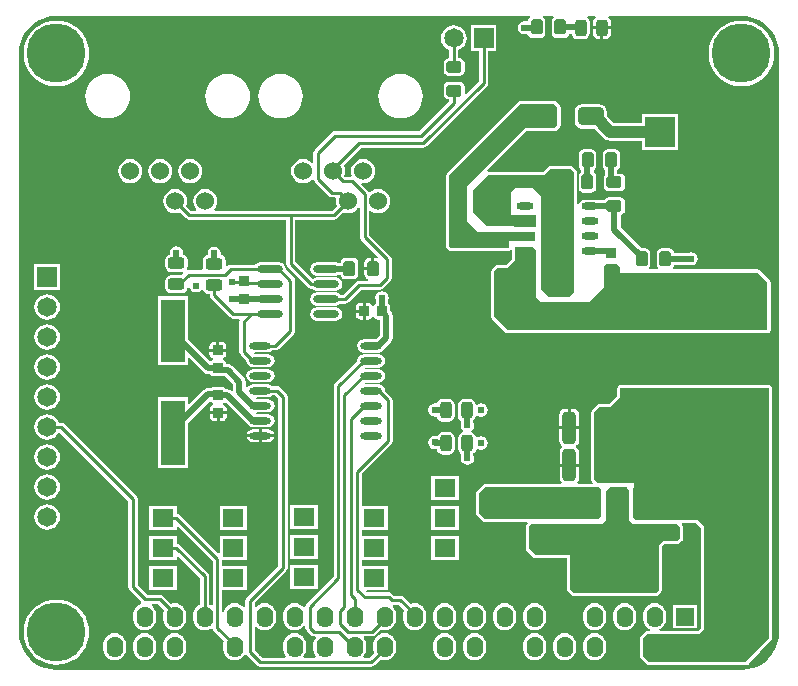
<source format=gtl>
G04*
G04 #@! TF.GenerationSoftware,Altium Limited,Altium Designer,21.8.1 (53)*
G04*
G04 Layer_Physical_Order=1*
G04 Layer_Color=255*
%FSLAX25Y25*%
%MOIN*%
G70*
G04*
G04 #@! TF.SameCoordinates,00E826D5-FD21-4A1A-8C14-BC2741F4279C*
G04*
G04*
G04 #@! TF.FilePolarity,Positive*
G04*
G01*
G75*
%ADD12C,0.01000*%
G04:AMPARAMS|DCode=18|XSize=106.3mil|YSize=45.28mil|CornerRadius=11.32mil|HoleSize=0mil|Usage=FLASHONLY|Rotation=90.000|XOffset=0mil|YOffset=0mil|HoleType=Round|Shape=RoundedRectangle|*
%AMROUNDEDRECTD18*
21,1,0.10630,0.02264,0,0,90.0*
21,1,0.08366,0.04528,0,0,90.0*
1,1,0.02264,0.01132,0.04183*
1,1,0.02264,0.01132,-0.04183*
1,1,0.02264,-0.01132,-0.04183*
1,1,0.02264,-0.01132,0.04183*
%
%ADD18ROUNDEDRECTD18*%
%ADD19O,0.07284X0.02362*%
%ADD20O,0.05709X0.02362*%
G04:AMPARAMS|DCode=21|XSize=50mil|YSize=37.4mil|CornerRadius=5.61mil|HoleSize=0mil|Usage=FLASHONLY|Rotation=90.000|XOffset=0mil|YOffset=0mil|HoleType=Round|Shape=RoundedRectangle|*
%AMROUNDEDRECTD21*
21,1,0.05000,0.02618,0,0,90.0*
21,1,0.03878,0.03740,0,0,90.0*
1,1,0.01122,0.01309,0.01939*
1,1,0.01122,0.01309,-0.01939*
1,1,0.01122,-0.01309,-0.01939*
1,1,0.01122,-0.01309,0.01939*
%
%ADD21ROUNDEDRECTD21*%
G04:AMPARAMS|DCode=22|XSize=50mil|YSize=37.4mil|CornerRadius=5.61mil|HoleSize=0mil|Usage=FLASHONLY|Rotation=0.000|XOffset=0mil|YOffset=0mil|HoleType=Round|Shape=RoundedRectangle|*
%AMROUNDEDRECTD22*
21,1,0.05000,0.02618,0,0,0.0*
21,1,0.03878,0.03740,0,0,0.0*
1,1,0.01122,0.01939,-0.01309*
1,1,0.01122,-0.01939,-0.01309*
1,1,0.01122,-0.01939,0.01309*
1,1,0.01122,0.01939,0.01309*
%
%ADD22ROUNDEDRECTD22*%
G04:AMPARAMS|DCode=23|XSize=35.43mil|YSize=35.43mil|CornerRadius=5.32mil|HoleSize=0mil|Usage=FLASHONLY|Rotation=180.000|XOffset=0mil|YOffset=0mil|HoleType=Round|Shape=RoundedRectangle|*
%AMROUNDEDRECTD23*
21,1,0.03543,0.02480,0,0,180.0*
21,1,0.02480,0.03543,0,0,180.0*
1,1,0.01063,-0.01240,0.01240*
1,1,0.01063,0.01240,0.01240*
1,1,0.01063,0.01240,-0.01240*
1,1,0.01063,-0.01240,-0.01240*
%
%ADD23ROUNDEDRECTD23*%
G04:AMPARAMS|DCode=24|XSize=86.61mil|YSize=61.02mil|CornerRadius=15.26mil|HoleSize=0mil|Usage=FLASHONLY|Rotation=0.000|XOffset=0mil|YOffset=0mil|HoleType=Round|Shape=RoundedRectangle|*
%AMROUNDEDRECTD24*
21,1,0.08661,0.03051,0,0,0.0*
21,1,0.05610,0.06102,0,0,0.0*
1,1,0.03051,0.02805,-0.01526*
1,1,0.03051,-0.02805,-0.01526*
1,1,0.03051,-0.02805,0.01526*
1,1,0.03051,0.02805,0.01526*
%
%ADD24ROUNDEDRECTD24*%
G04:AMPARAMS|DCode=25|XSize=106.3mil|YSize=45.28mil|CornerRadius=11.32mil|HoleSize=0mil|Usage=FLASHONLY|Rotation=0.000|XOffset=0mil|YOffset=0mil|HoleType=Round|Shape=RoundedRectangle|*
%AMROUNDEDRECTD25*
21,1,0.10630,0.02264,0,0,0.0*
21,1,0.08366,0.04528,0,0,0.0*
1,1,0.02264,0.04183,-0.01132*
1,1,0.02264,-0.04183,-0.01132*
1,1,0.02264,-0.04183,0.01132*
1,1,0.02264,0.04183,0.01132*
%
%ADD25ROUNDEDRECTD25*%
G04:AMPARAMS|DCode=26|XSize=35.43mil|YSize=35.43mil|CornerRadius=5.32mil|HoleSize=0mil|Usage=FLASHONLY|Rotation=90.000|XOffset=0mil|YOffset=0mil|HoleType=Round|Shape=RoundedRectangle|*
%AMROUNDEDRECTD26*
21,1,0.03543,0.02480,0,0,90.0*
21,1,0.02480,0.03543,0,0,90.0*
1,1,0.01063,0.01240,0.01240*
1,1,0.01063,0.01240,-0.01240*
1,1,0.01063,-0.01240,-0.01240*
1,1,0.01063,-0.01240,0.01240*
%
%ADD26ROUNDEDRECTD26*%
G04:AMPARAMS|DCode=27|XSize=55.12mil|YSize=39.37mil|CornerRadius=9.84mil|HoleSize=0mil|Usage=FLASHONLY|Rotation=270.000|XOffset=0mil|YOffset=0mil|HoleType=Round|Shape=RoundedRectangle|*
%AMROUNDEDRECTD27*
21,1,0.05512,0.01968,0,0,270.0*
21,1,0.03543,0.03937,0,0,270.0*
1,1,0.01968,-0.00984,-0.01772*
1,1,0.01968,-0.00984,0.01772*
1,1,0.01968,0.00984,0.01772*
1,1,0.01968,0.00984,-0.01772*
%
%ADD27ROUNDEDRECTD27*%
G04:AMPARAMS|DCode=28|XSize=55.12mil|YSize=39.37mil|CornerRadius=9.84mil|HoleSize=0mil|Usage=FLASHONLY|Rotation=180.000|XOffset=0mil|YOffset=0mil|HoleType=Round|Shape=RoundedRectangle|*
%AMROUNDEDRECTD28*
21,1,0.05512,0.01968,0,0,180.0*
21,1,0.03543,0.03937,0,0,180.0*
1,1,0.01968,-0.01772,0.00984*
1,1,0.01968,0.01772,0.00984*
1,1,0.01968,0.01772,-0.00984*
1,1,0.01968,-0.01772,-0.00984*
%
%ADD28ROUNDEDRECTD28*%
%ADD29O,0.08661X0.02362*%
%ADD30R,0.04331X0.08465*%
%ADD31R,0.04331X0.08465*%
%ADD32R,0.13780X0.08465*%
%ADD33R,0.08000X0.21000*%
%ADD34R,0.08000X0.21500*%
%ADD35R,0.47244X0.07500*%
G04:AMPARAMS|DCode=36|XSize=472.44mil|YSize=157.48mil|CornerRadius=39.37mil|HoleSize=0mil|Usage=FLASHONLY|Rotation=0.000|XOffset=0mil|YOffset=0mil|HoleType=Round|Shape=RoundedRectangle|*
%AMROUNDEDRECTD36*
21,1,0.47244,0.07874,0,0,0.0*
21,1,0.39370,0.15748,0,0,0.0*
1,1,0.07874,0.19685,-0.03937*
1,1,0.07874,-0.19685,-0.03937*
1,1,0.07874,-0.19685,0.03937*
1,1,0.07874,0.19685,0.03937*
%
%ADD36ROUNDEDRECTD36*%
%ADD68C,0.02000*%
%ADD69C,0.04000*%
%ADD70C,0.06500*%
%ADD71R,0.06500X0.06500*%
%ADD72R,0.10000X0.10000*%
%ADD73R,0.07087X0.05906*%
%ADD74R,0.09449X0.12205*%
%ADD75C,0.19685*%
%ADD76R,0.06500X0.06500*%
%ADD77O,0.05500X0.07000*%
%ADD78R,0.05906X0.05906*%
%ADD79C,0.06000*%
%ADD80C,0.02400*%
%ADD81C,0.02362*%
%ADD82C,0.05000*%
G36*
X345300Y320248D02*
X347206Y319791D01*
X349016Y319041D01*
X350687Y318017D01*
X352177Y316744D01*
X353450Y315254D01*
X354474Y313583D01*
X355224Y311772D01*
X355681Y309867D01*
X355816Y308155D01*
X355774Y307946D01*
Y114967D01*
X355816Y114759D01*
X355681Y113046D01*
X355224Y111141D01*
X354474Y109330D01*
X353450Y107659D01*
X352177Y106169D01*
X350687Y104897D01*
X349016Y103873D01*
X347206Y103123D01*
X345300Y102665D01*
X343530Y102526D01*
X343530Y102526D01*
X343032Y102525D01*
X115512D01*
X115014Y102525D01*
X115014Y102525D01*
X115012Y102525D01*
X114522Y102549D01*
X113046Y102665D01*
X111141Y103123D01*
X109330Y103873D01*
X107659Y104897D01*
X106169Y106169D01*
X104897Y107659D01*
X103873Y109330D01*
X103123Y111141D01*
X102665Y113046D01*
X102526Y114816D01*
X102526Y114816D01*
X102525Y115314D01*
Y307986D01*
X102525Y307987D01*
X102525Y307987D01*
Y308000D01*
X102516Y308049D01*
X102664Y309940D01*
X103119Y311832D01*
X103863Y313630D01*
X104880Y315289D01*
X106144Y316769D01*
X107624Y318033D01*
X109283Y319050D01*
X111081Y319795D01*
X112973Y320249D01*
X114731Y320387D01*
X114731Y320387D01*
Y320387D01*
X114913Y320375D01*
X114913Y320374D01*
X115223Y320374D01*
X272791D01*
X272943Y319875D01*
X272628Y319664D01*
X272284Y319148D01*
X272209Y318771D01*
X271698Y318604D01*
X271000Y318743D01*
X270142Y318572D01*
X269414Y318086D01*
X268928Y317358D01*
X268757Y316500D01*
X268928Y315642D01*
X269414Y314914D01*
X270142Y314428D01*
X271000Y314257D01*
X271705Y314397D01*
X272178Y314184D01*
X272272Y314111D01*
X272284Y314052D01*
X272628Y313536D01*
X273145Y313191D01*
X273754Y313069D01*
X276372D01*
X276981Y313191D01*
X277498Y313536D01*
X277842Y314052D01*
X277964Y314661D01*
Y318539D01*
X277842Y319148D01*
X277498Y319664D01*
X277183Y319875D01*
X277335Y320374D01*
X280665D01*
X280817Y319875D01*
X280503Y319664D01*
X280157Y319148D01*
X280036Y318539D01*
Y314661D01*
X280157Y314052D01*
X280503Y313536D01*
X281019Y313191D01*
X281628Y313069D01*
X284246D01*
X284855Y313191D01*
X285371Y313536D01*
X285717Y314052D01*
X285818Y314561D01*
X286783D01*
X286903Y313954D01*
X287342Y313298D01*
X287998Y312859D01*
X288772Y312705D01*
X290741D01*
X291515Y312859D01*
X292172Y313298D01*
X292610Y313954D01*
X292764Y314728D01*
Y318272D01*
X292610Y319046D01*
X292172Y319702D01*
X291914Y319875D01*
X292065Y320374D01*
X294535D01*
X294686Y319875D01*
X294428Y319702D01*
X293990Y319046D01*
X293836Y318272D01*
Y317000D01*
X296843D01*
X299851D01*
Y318272D01*
X299697Y319046D01*
X299258Y319702D01*
X299000Y319875D01*
X299152Y320374D01*
X343346D01*
X343445Y320394D01*
X345300Y320248D01*
D02*
G37*
%LPC*%
G36*
X299851Y316000D02*
X297343D01*
Y312705D01*
X297828D01*
X298602Y312859D01*
X299258Y313298D01*
X299697Y313954D01*
X299851Y314728D01*
Y316000D01*
D02*
G37*
G36*
X296343D02*
X293836D01*
Y314728D01*
X293990Y313954D01*
X294428Y313298D01*
X295085Y312859D01*
X295859Y312705D01*
X296343D01*
Y316000D01*
D02*
G37*
G36*
X247400Y317287D02*
X246290Y317141D01*
X245257Y316712D01*
X244369Y316031D01*
X243688Y315143D01*
X243259Y314109D01*
X243113Y313000D01*
X243259Y311891D01*
X243688Y310857D01*
X244369Y309969D01*
X245257Y309288D01*
X245871Y309033D01*
Y306338D01*
X245661D01*
X245052Y306217D01*
X244536Y305872D01*
X244191Y305355D01*
X244069Y304746D01*
Y302128D01*
X244191Y301519D01*
X244536Y301003D01*
X245052Y300658D01*
X245661Y300536D01*
X249539D01*
X250148Y300658D01*
X250664Y301003D01*
X251009Y301519D01*
X251131Y302128D01*
Y304746D01*
X251009Y305355D01*
X250664Y305872D01*
X250148Y306217D01*
X249539Y306338D01*
X248929D01*
Y309033D01*
X249543Y309288D01*
X250431Y309969D01*
X251112Y310857D01*
X251541Y311891D01*
X251687Y313000D01*
X251541Y314109D01*
X251112Y315143D01*
X250431Y316031D01*
X249543Y316712D01*
X248510Y317141D01*
X247400Y317287D01*
D02*
G37*
G36*
X343347Y318789D02*
X341645Y318655D01*
X339986Y318257D01*
X338409Y317604D01*
X336954Y316712D01*
X335656Y315604D01*
X334547Y314306D01*
X333656Y312851D01*
X333003Y311274D01*
X332604Y309615D01*
X332470Y307913D01*
X332604Y306212D01*
X333003Y304553D01*
X333656Y302976D01*
X334547Y301521D01*
X335656Y300223D01*
X336954Y299114D01*
X338409Y298223D01*
X339986Y297570D01*
X341645Y297171D01*
X343347Y297037D01*
X345048Y297171D01*
X346707Y297570D01*
X348284Y298223D01*
X349739Y299114D01*
X351037Y300223D01*
X352145Y301521D01*
X353037Y302976D01*
X353690Y304553D01*
X354089Y306212D01*
X354222Y307913D01*
X354089Y309615D01*
X353690Y311274D01*
X353037Y312851D01*
X352145Y314306D01*
X351037Y315604D01*
X349739Y316712D01*
X348284Y317604D01*
X346707Y318257D01*
X345048Y318655D01*
X343347Y318789D01*
D02*
G37*
G36*
X115000D02*
X113299Y318655D01*
X111639Y318257D01*
X110062Y317604D01*
X108607Y316712D01*
X107309Y315604D01*
X106201Y314306D01*
X105309Y312851D01*
X104656Y311274D01*
X104258Y309615D01*
X104124Y307913D01*
X104258Y306212D01*
X104656Y304553D01*
X105309Y302976D01*
X106201Y301521D01*
X107309Y300223D01*
X108607Y299114D01*
X110062Y298223D01*
X111639Y297570D01*
X113299Y297171D01*
X115000Y297037D01*
X116701Y297171D01*
X118361Y297570D01*
X119938Y298223D01*
X121393Y299114D01*
X122690Y300223D01*
X123799Y301521D01*
X124691Y302976D01*
X125344Y304553D01*
X125742Y306212D01*
X125876Y307913D01*
X125742Y309615D01*
X125344Y311274D01*
X124691Y312851D01*
X123799Y314306D01*
X122690Y315604D01*
X121393Y316712D01*
X119938Y317604D01*
X118361Y318257D01*
X116701Y318655D01*
X115000Y318789D01*
D02*
G37*
G36*
X261650Y317250D02*
X253150D01*
Y308750D01*
X255871D01*
Y298733D01*
X251631Y294494D01*
X251131Y294701D01*
Y296872D01*
X251009Y297481D01*
X250664Y297997D01*
X250148Y298342D01*
X249539Y298464D01*
X245661D01*
X245052Y298342D01*
X244536Y297997D01*
X244191Y297481D01*
X244069Y296872D01*
Y294254D01*
X244191Y293645D01*
X244536Y293128D01*
X245052Y292783D01*
X245661Y292662D01*
X245871D01*
Y292133D01*
X235767Y282029D01*
X207900D01*
X207315Y281913D01*
X206819Y281581D01*
X201119Y275881D01*
X200787Y275385D01*
X200671Y274800D01*
Y271522D01*
X200197Y271362D01*
X200056Y271546D01*
X199220Y272187D01*
X198247Y272590D01*
X197203Y272727D01*
X196159Y272590D01*
X195186Y272187D01*
X194350Y271546D01*
X193709Y270710D01*
X193306Y269737D01*
X193169Y268693D01*
X193306Y267649D01*
X193709Y266676D01*
X194350Y265840D01*
X195186Y265199D01*
X196159Y264796D01*
X197203Y264658D01*
X198247Y264796D01*
X199220Y265199D01*
X200056Y265840D01*
X200196Y266023D01*
X200731Y265898D01*
X200787Y265615D01*
X201119Y265119D01*
X205819Y260419D01*
X206315Y260087D01*
X206900Y259971D01*
X207908D01*
X208271Y259471D01*
X208169Y258693D01*
X208306Y257649D01*
X208508Y257161D01*
X206877Y255529D01*
X167842D01*
X167601Y256029D01*
X168097Y256676D01*
X168500Y257649D01*
X168638Y258693D01*
X168500Y259737D01*
X168097Y260710D01*
X167456Y261546D01*
X166620Y262187D01*
X165647Y262590D01*
X164603Y262727D01*
X163559Y262590D01*
X162586Y262187D01*
X161750Y261546D01*
X161109Y260710D01*
X160706Y259737D01*
X160569Y258693D01*
X160706Y257649D01*
X161109Y256676D01*
X161605Y256029D01*
X161365Y255529D01*
X159930D01*
X158298Y257161D01*
X158500Y257649D01*
X158638Y258693D01*
X158500Y259737D01*
X158097Y260710D01*
X157456Y261546D01*
X156620Y262187D01*
X155647Y262590D01*
X154603Y262727D01*
X153559Y262590D01*
X152586Y262187D01*
X151750Y261546D01*
X151109Y260710D01*
X150706Y259737D01*
X150569Y258693D01*
X150706Y257649D01*
X151109Y256676D01*
X151750Y255840D01*
X152586Y255199D01*
X153559Y254796D01*
X154603Y254658D01*
X155647Y254796D01*
X156135Y254998D01*
X158215Y252919D01*
X158711Y252587D01*
X159296Y252471D01*
X191571D01*
Y237800D01*
X191687Y237215D01*
X192019Y236719D01*
X198782Y229956D01*
X199278Y229624D01*
X199863Y229508D01*
X200163D01*
X200192Y229465D01*
X200914Y228982D01*
X201765Y228813D01*
X208064D01*
X208915Y228982D01*
X209636Y229465D01*
X210118Y230186D01*
X210288Y231037D01*
X210118Y231888D01*
X209636Y232610D01*
X208915Y233092D01*
X208064Y233261D01*
X201765D01*
X200914Y233092D01*
X200349Y232714D01*
X194629Y238434D01*
Y252471D01*
X207510D01*
X208096Y252587D01*
X208592Y252919D01*
X210671Y254998D01*
X211159Y254796D01*
X212203Y254658D01*
X213247Y254796D01*
X214220Y255199D01*
X215056Y255840D01*
X215674Y256645D01*
X215727Y256648D01*
X216174Y256393D01*
Y246864D01*
X216290Y246279D01*
X216622Y245782D01*
X222233Y240171D01*
X221987Y239710D01*
X221781Y239751D01*
X220972D01*
Y236221D01*
X220472D01*
Y235720D01*
X217572D01*
Y234281D01*
X217693Y233672D01*
X218038Y233156D01*
X218554Y232811D01*
X218921Y232738D01*
X218872Y232238D01*
X216009D01*
X215423Y232122D01*
X214927Y231790D01*
X210703Y227566D01*
X209665D01*
X209636Y227609D01*
X208915Y228092D01*
X208064Y228261D01*
X201765D01*
X200914Y228092D01*
X200192Y227609D01*
X199710Y226888D01*
X199541Y226037D01*
X199710Y225186D01*
X200192Y224465D01*
X200914Y223983D01*
X201765Y223813D01*
X208064D01*
X208915Y223983D01*
X209636Y224465D01*
X209665Y224508D01*
X211337D01*
X211922Y224624D01*
X212418Y224956D01*
X216642Y229179D01*
X222835D01*
X223420Y229296D01*
X223916Y229627D01*
X226278Y231989D01*
X226610Y232486D01*
X226726Y233071D01*
Y239370D01*
X226610Y239955D01*
X226278Y240452D01*
X219233Y247497D01*
Y255300D01*
X219732Y255547D01*
X220186Y255199D01*
X221159Y254796D01*
X222203Y254658D01*
X223247Y254796D01*
X224220Y255199D01*
X225056Y255840D01*
X225697Y256676D01*
X226100Y257649D01*
X226238Y258693D01*
X226100Y259737D01*
X225697Y260710D01*
X225056Y261546D01*
X224220Y262187D01*
X223247Y262590D01*
X222203Y262727D01*
X221159Y262590D01*
X220186Y262187D01*
X219579Y261721D01*
X219545Y261711D01*
X218998Y261801D01*
X218945Y261839D01*
X218785Y262078D01*
X216634Y264229D01*
X216867Y264703D01*
X217203Y264658D01*
X218247Y264796D01*
X219220Y265199D01*
X220056Y265840D01*
X220697Y266676D01*
X221100Y267649D01*
X221238Y268693D01*
X221100Y269737D01*
X220697Y270710D01*
X220056Y271546D01*
X219220Y272187D01*
X218247Y272590D01*
X217203Y272727D01*
X216159Y272590D01*
X215186Y272187D01*
X214350Y271546D01*
X213709Y270710D01*
X213306Y269737D01*
X213169Y268693D01*
X213306Y267649D01*
X213446Y267310D01*
X213104Y266829D01*
X211230D01*
X210898Y267161D01*
X211100Y267649D01*
X211238Y268693D01*
X211100Y269737D01*
X210719Y270656D01*
X216533Y276471D01*
X237300D01*
X237885Y276587D01*
X238381Y276919D01*
X258481Y297019D01*
X258813Y297515D01*
X258929Y298100D01*
Y308750D01*
X261650D01*
Y317250D01*
D02*
G37*
G36*
X229683Y301126D02*
X228233Y300984D01*
X226839Y300560D01*
X225554Y299874D01*
X224427Y298949D01*
X223503Y297823D01*
X222816Y296538D01*
X222393Y295143D01*
X222250Y293693D01*
X222393Y292243D01*
X222816Y290848D01*
X223503Y289563D01*
X224427Y288437D01*
X225554Y287512D01*
X226839Y286825D01*
X228233Y286402D01*
X229683Y286260D01*
X231134Y286402D01*
X232528Y286825D01*
X233813Y287512D01*
X234940Y288437D01*
X235864Y289563D01*
X236551Y290848D01*
X236974Y292243D01*
X237117Y293693D01*
X236974Y295143D01*
X236551Y296538D01*
X235864Y297823D01*
X234940Y298949D01*
X233813Y299874D01*
X232528Y300560D01*
X231134Y300984D01*
X229683Y301126D01*
D02*
G37*
G36*
X189683D02*
X188233Y300984D01*
X186839Y300560D01*
X185554Y299874D01*
X184427Y298949D01*
X183503Y297823D01*
X182816Y296538D01*
X182393Y295143D01*
X182250Y293693D01*
X182393Y292243D01*
X182816Y290848D01*
X183503Y289563D01*
X184427Y288437D01*
X185554Y287512D01*
X186839Y286825D01*
X188233Y286402D01*
X189683Y286260D01*
X191134Y286402D01*
X192528Y286825D01*
X193813Y287512D01*
X194940Y288437D01*
X195864Y289563D01*
X196551Y290848D01*
X196974Y292243D01*
X197117Y293693D01*
X196974Y295143D01*
X196551Y296538D01*
X195864Y297823D01*
X194940Y298949D01*
X193813Y299874D01*
X192528Y300560D01*
X191134Y300984D01*
X189683Y301126D01*
D02*
G37*
G36*
X172083D02*
X170633Y300984D01*
X169239Y300560D01*
X167954Y299874D01*
X166827Y298949D01*
X165903Y297823D01*
X165216Y296538D01*
X164793Y295143D01*
X164650Y293693D01*
X164793Y292243D01*
X165216Y290848D01*
X165903Y289563D01*
X166827Y288437D01*
X167954Y287512D01*
X169239Y286825D01*
X170633Y286402D01*
X172083Y286260D01*
X173534Y286402D01*
X174928Y286825D01*
X176213Y287512D01*
X177340Y288437D01*
X178264Y289563D01*
X178951Y290848D01*
X179374Y292243D01*
X179517Y293693D01*
X179374Y295143D01*
X178951Y296538D01*
X178264Y297823D01*
X177340Y298949D01*
X176213Y299874D01*
X174928Y300560D01*
X173534Y300984D01*
X172083Y301126D01*
D02*
G37*
G36*
X132083D02*
X130633Y300984D01*
X129239Y300560D01*
X127954Y299874D01*
X126827Y298949D01*
X125903Y297823D01*
X125216Y296538D01*
X124793Y295143D01*
X124650Y293693D01*
X124793Y292243D01*
X125216Y290848D01*
X125903Y289563D01*
X126827Y288437D01*
X127954Y287512D01*
X129239Y286825D01*
X130633Y286402D01*
X132083Y286260D01*
X133534Y286402D01*
X134928Y286825D01*
X136213Y287512D01*
X137340Y288437D01*
X138264Y289563D01*
X138951Y290848D01*
X139374Y292243D01*
X139517Y293693D01*
X139374Y295143D01*
X138951Y296538D01*
X138264Y297823D01*
X137340Y298949D01*
X136213Y299874D01*
X134928Y300560D01*
X133534Y300984D01*
X132083Y301126D01*
D02*
G37*
G36*
X295876Y291101D02*
X290266D01*
X289280Y290905D01*
X288445Y290346D01*
X287887Y289511D01*
X287691Y288526D01*
Y285474D01*
X287887Y284489D01*
X288445Y283654D01*
X289280Y283095D01*
X290266Y282899D01*
X294172D01*
X297368Y279703D01*
X297994Y279223D01*
X298724Y278920D01*
X299507Y278817D01*
X299507Y278817D01*
X310200D01*
Y275843D01*
X322200D01*
Y287843D01*
X310200D01*
Y284869D01*
X300761D01*
X298451Y287179D01*
Y288526D01*
X298255Y289511D01*
X297697Y290346D01*
X296861Y290905D01*
X295876Y291101D01*
D02*
G37*
G36*
X159603Y272727D02*
X158559Y272590D01*
X157586Y272187D01*
X156750Y271546D01*
X156109Y270710D01*
X155706Y269737D01*
X155569Y268693D01*
X155706Y267649D01*
X156109Y266676D01*
X156750Y265840D01*
X157586Y265199D01*
X158559Y264796D01*
X159603Y264658D01*
X160647Y264796D01*
X161620Y265199D01*
X162456Y265840D01*
X163097Y266676D01*
X163500Y267649D01*
X163638Y268693D01*
X163500Y269737D01*
X163097Y270710D01*
X162456Y271546D01*
X161620Y272187D01*
X160647Y272590D01*
X159603Y272727D01*
D02*
G37*
G36*
X149603D02*
X148559Y272590D01*
X147586Y272187D01*
X146750Y271546D01*
X146109Y270710D01*
X145706Y269737D01*
X145569Y268693D01*
X145706Y267649D01*
X146109Y266676D01*
X146750Y265840D01*
X147586Y265199D01*
X148559Y264796D01*
X149603Y264658D01*
X150647Y264796D01*
X151620Y265199D01*
X152456Y265840D01*
X153097Y266676D01*
X153500Y267649D01*
X153638Y268693D01*
X153500Y269737D01*
X153097Y270710D01*
X152456Y271546D01*
X151620Y272187D01*
X150647Y272590D01*
X149603Y272727D01*
D02*
G37*
G36*
X139603D02*
X138559Y272590D01*
X137586Y272187D01*
X136750Y271546D01*
X136109Y270710D01*
X135706Y269737D01*
X135569Y268693D01*
X135706Y267649D01*
X136109Y266676D01*
X136750Y265840D01*
X137586Y265199D01*
X138559Y264796D01*
X139603Y264658D01*
X140647Y264796D01*
X141620Y265199D01*
X142456Y265840D01*
X143097Y266676D01*
X143500Y267649D01*
X143638Y268693D01*
X143500Y269737D01*
X143097Y270710D01*
X142456Y271546D01*
X141620Y272187D01*
X140647Y272590D01*
X139603Y272727D01*
D02*
G37*
G36*
X301246Y276031D02*
X298628D01*
X298019Y275909D01*
X297502Y275564D01*
X297158Y275048D01*
X297036Y274439D01*
Y270561D01*
X297158Y269952D01*
X297502Y269436D01*
X297898Y269172D01*
Y267315D01*
X297591Y266855D01*
X297469Y266246D01*
Y263628D01*
X297591Y263019D01*
X297936Y262503D01*
X298452Y262158D01*
X299061Y262036D01*
X302939D01*
X303548Y262158D01*
X304064Y262503D01*
X304409Y263019D01*
X304531Y263628D01*
Y266246D01*
X304409Y266855D01*
X304064Y267372D01*
X303548Y267717D01*
X302939Y267838D01*
X301976D01*
Y269172D01*
X302372Y269436D01*
X302716Y269952D01*
X302838Y270561D01*
Y274439D01*
X302716Y275048D01*
X302372Y275564D01*
X301855Y275909D01*
X301246Y276031D01*
D02*
G37*
G36*
X293372D02*
X290754D01*
X290145Y275909D01*
X289629Y275564D01*
X289283Y275048D01*
X289162Y274439D01*
Y270561D01*
X289283Y269952D01*
X289629Y269436D01*
X289961Y269214D01*
Y268371D01*
X289503Y268064D01*
X289158Y267548D01*
X289036Y266939D01*
Y263061D01*
X289158Y262452D01*
X289503Y261936D01*
X290019Y261591D01*
X290628Y261469D01*
X293246D01*
X293855Y261591D01*
X294372Y261936D01*
X294717Y262452D01*
X294838Y263061D01*
Y266939D01*
X294717Y267548D01*
X294372Y268064D01*
X294039Y268286D01*
Y269129D01*
X294497Y269436D01*
X294843Y269952D01*
X294964Y270561D01*
Y274439D01*
X294843Y275048D01*
X294497Y275564D01*
X293981Y275909D01*
X293372Y276031D01*
D02*
G37*
G36*
X213908Y239751D02*
X211289D01*
X210680Y239630D01*
X210164Y239285D01*
X209819Y238769D01*
X209698Y238159D01*
Y238076D01*
X208938D01*
X208915Y238092D01*
X208064Y238261D01*
X201765D01*
X200914Y238092D01*
X200192Y237610D01*
X199710Y236888D01*
X199541Y236037D01*
X199710Y235186D01*
X200192Y234465D01*
X200914Y233982D01*
X201765Y233813D01*
X208064D01*
X208915Y233982D01*
X208938Y233998D01*
X209754D01*
X209819Y233672D01*
X210164Y233156D01*
X210680Y232811D01*
X211289Y232690D01*
X213908D01*
X214517Y232811D01*
X215033Y233156D01*
X215378Y233672D01*
X215499Y234281D01*
Y238159D01*
X215378Y238769D01*
X215033Y239285D01*
X214517Y239630D01*
X213908Y239751D01*
D02*
G37*
G36*
X281000Y292020D02*
X269500D01*
X269110Y291942D01*
X268779Y291721D01*
X245279Y268221D01*
X245058Y267890D01*
X244980Y267500D01*
Y248500D01*
Y243500D01*
X245058Y243110D01*
X245279Y242779D01*
X245779Y242279D01*
X246110Y242058D01*
X246500Y241980D01*
X265500D01*
X265890Y242058D01*
X266221Y242279D01*
X266480Y242538D01*
X266980Y242331D01*
Y239422D01*
X265078Y237520D01*
X262000D01*
X261610Y237442D01*
X261279Y237221D01*
X260279Y236221D01*
X260058Y235890D01*
X259980Y235500D01*
Y226500D01*
Y225000D01*
Y220100D01*
X260058Y219710D01*
X260279Y219379D01*
X264679Y214979D01*
X265010Y214758D01*
X265400Y214680D01*
X352000D01*
X352390Y214758D01*
X352721Y214979D01*
X352942Y215310D01*
X353020Y215700D01*
Y231600D01*
X352942Y231990D01*
X352721Y232321D01*
X349421Y235621D01*
X349090Y235842D01*
X348700Y235920D01*
X320499D01*
X320348Y236420D01*
X320372Y236436D01*
X320717Y236952D01*
X320818Y237461D01*
X325592D01*
X325642Y237428D01*
X326500Y237257D01*
X327358Y237428D01*
X328086Y237914D01*
X328572Y238642D01*
X328743Y239500D01*
X328572Y240358D01*
X328086Y241086D01*
X327358Y241572D01*
X326500Y241743D01*
X325642Y241572D01*
X325592Y241539D01*
X320818D01*
X320717Y242048D01*
X320372Y242564D01*
X319855Y242909D01*
X319246Y243031D01*
X316628D01*
X316019Y242909D01*
X315503Y242564D01*
X315158Y242048D01*
X315036Y241439D01*
Y237561D01*
X315158Y236952D01*
X315503Y236436D01*
X315527Y236420D01*
X315375Y235920D01*
X312625D01*
X312474Y236420D01*
X312497Y236436D01*
X312842Y236952D01*
X312964Y237561D01*
Y241439D01*
X312842Y242048D01*
X312497Y242564D01*
X311981Y242909D01*
X311372Y243031D01*
X310046D01*
X303039Y250038D01*
Y254182D01*
X303548Y254283D01*
X304064Y254628D01*
X304409Y255145D01*
X304531Y255754D01*
Y258372D01*
X304409Y258981D01*
X304064Y259497D01*
X303548Y259842D01*
X302939Y259964D01*
X299061D01*
X298452Y259842D01*
X297936Y259497D01*
X297650Y259071D01*
X295171D01*
X294402Y259224D01*
X291055D01*
X290204Y259055D01*
X289483Y258573D01*
X289020Y257879D01*
X288983Y257874D01*
X288520Y258113D01*
Y261000D01*
Y268500D01*
X288442Y268890D01*
X288221Y269221D01*
X287221Y270221D01*
X286890Y270442D01*
X286500Y270520D01*
X279500D01*
X279110Y270442D01*
X278779Y270221D01*
X277078Y268520D01*
X259000D01*
X258836Y268487D01*
X258590Y268948D01*
X259501Y269859D01*
X271622Y281980D01*
X281000D01*
X281390Y282058D01*
X281721Y282279D01*
X282721Y283279D01*
X282942Y283610D01*
X283020Y284000D01*
Y290000D01*
X282942Y290390D01*
X282721Y290721D01*
X281721Y291721D01*
X281390Y291942D01*
X281000Y292020D01*
D02*
G37*
G36*
X219972Y239751D02*
X219163D01*
X218554Y239630D01*
X218038Y239285D01*
X217693Y238769D01*
X217572Y238159D01*
Y236720D01*
X219972D01*
Y239751D01*
D02*
G37*
G36*
X116150Y237650D02*
X107650D01*
Y229150D01*
X116150D01*
Y237650D01*
D02*
G37*
G36*
X223500Y228743D02*
X222642Y228572D01*
X221914Y228086D01*
X221428Y227358D01*
X221257Y226500D01*
X221428Y225642D01*
X221461Y225592D01*
Y224548D01*
X221156Y224344D01*
X220817Y223838D01*
X220802Y223762D01*
X220292D01*
X220277Y223838D01*
X219939Y224344D01*
X219432Y224683D01*
X218835Y224802D01*
X218094D01*
Y222000D01*
Y219198D01*
X218835D01*
X219432Y219317D01*
X219939Y219656D01*
X220277Y220162D01*
X220292Y220238D01*
X220802D01*
X220817Y220162D01*
X221156Y219656D01*
X221662Y219317D01*
X222260Y219198D01*
X222961D01*
Y213963D01*
X221669Y212671D01*
X217506D01*
X216654Y212502D01*
X215933Y212020D01*
X215451Y211298D01*
X215282Y210447D01*
X215451Y209596D01*
X215933Y208875D01*
X216654Y208393D01*
X217506Y208223D01*
X222427D01*
X223278Y208393D01*
X223999Y208875D01*
X224481Y209596D01*
X224511Y209746D01*
X226442Y211677D01*
X226884Y212338D01*
X227039Y213119D01*
Y220500D01*
X226884Y221280D01*
X226442Y221942D01*
X226302Y222082D01*
Y223240D01*
X226183Y223838D01*
X225844Y224344D01*
X225539Y224548D01*
Y225592D01*
X225572Y225642D01*
X225743Y226500D01*
X225572Y227358D01*
X225086Y228086D01*
X224358Y228572D01*
X223500Y228743D01*
D02*
G37*
G36*
X217094Y224802D02*
X216354D01*
X215757Y224683D01*
X215250Y224344D01*
X214912Y223838D01*
X214793Y223240D01*
Y222500D01*
X217094D01*
Y224802D01*
D02*
G37*
G36*
Y221500D02*
X214793D01*
Y220760D01*
X214912Y220162D01*
X215250Y219656D01*
X215757Y219317D01*
X216354Y219198D01*
X217094D01*
Y221500D01*
D02*
G37*
G36*
X111900Y227687D02*
X110791Y227541D01*
X109757Y227112D01*
X108869Y226431D01*
X108188Y225543D01*
X107759Y224510D01*
X107613Y223400D01*
X107759Y222290D01*
X108188Y221257D01*
X108869Y220369D01*
X109757Y219688D01*
X110791Y219259D01*
X111900Y219113D01*
X113010Y219259D01*
X114043Y219688D01*
X114931Y220369D01*
X115612Y221257D01*
X116041Y222290D01*
X116187Y223400D01*
X116041Y224510D01*
X115612Y225543D01*
X114931Y226431D01*
X114043Y227112D01*
X113010Y227541D01*
X111900Y227687D01*
D02*
G37*
G36*
X208064Y223261D02*
X201765D01*
X200914Y223092D01*
X200192Y222609D01*
X199710Y221888D01*
X199541Y221037D01*
X199710Y220186D01*
X200192Y219464D01*
X200914Y218983D01*
X201765Y218813D01*
X208064D01*
X208915Y218983D01*
X209636Y219464D01*
X210118Y220186D01*
X210288Y221037D01*
X210118Y221888D01*
X209636Y222609D01*
X208915Y223092D01*
X208064Y223261D01*
D02*
G37*
G36*
X170040Y211854D02*
X169300D01*
Y209553D01*
X171602D01*
Y210293D01*
X171483Y210891D01*
X171144Y211397D01*
X170638Y211736D01*
X170040Y211854D01*
D02*
G37*
G36*
X168300D02*
X167560D01*
X166962Y211736D01*
X166456Y211397D01*
X166117Y210891D01*
X165998Y210293D01*
Y209553D01*
X168300D01*
Y211854D01*
D02*
G37*
G36*
X111900Y217687D02*
X110791Y217541D01*
X109757Y217112D01*
X108869Y216431D01*
X108188Y215543D01*
X107759Y214510D01*
X107613Y213400D01*
X107759Y212291D01*
X108188Y211257D01*
X108869Y210369D01*
X109757Y209688D01*
X110791Y209259D01*
X111900Y209113D01*
X113010Y209259D01*
X114043Y209688D01*
X114931Y210369D01*
X115612Y211257D01*
X116041Y212291D01*
X116187Y213400D01*
X116041Y214510D01*
X115612Y215543D01*
X114931Y216431D01*
X114043Y217112D01*
X113010Y217541D01*
X111900Y217687D01*
D02*
G37*
G36*
X155000Y243743D02*
X154142Y243572D01*
X153414Y243086D01*
X152928Y242358D01*
X152757Y241500D01*
X152861Y240978D01*
X152454Y240897D01*
X151798Y240458D01*
X151359Y239802D01*
X151205Y239028D01*
Y237059D01*
X151359Y236285D01*
X151798Y235629D01*
X152454Y235190D01*
X153228Y235036D01*
X156772D01*
X157053Y235092D01*
X157299Y234631D01*
X156632Y233964D01*
X153228D01*
X152454Y233810D01*
X151798Y233371D01*
X151359Y232715D01*
X151205Y231941D01*
Y229972D01*
X151359Y229198D01*
X151798Y228542D01*
X152454Y228103D01*
X153228Y227949D01*
X156772D01*
X157546Y228103D01*
X158202Y228542D01*
X158641Y229198D01*
X158795Y229972D01*
Y230237D01*
X158798Y230261D01*
X159295Y230310D01*
X159314Y230213D01*
X159428Y229642D01*
X159914Y228914D01*
X160642Y228428D01*
X161500Y228257D01*
X162358Y228428D01*
X163086Y228914D01*
X163379Y229352D01*
X163909Y229246D01*
X163959Y228998D01*
X164398Y228342D01*
X165054Y227903D01*
X165828Y227749D01*
X166070D01*
Y227400D01*
X166187Y226815D01*
X166518Y226319D01*
X172919Y219919D01*
X173415Y219587D01*
X174000Y219471D01*
X175743D01*
X175863Y219337D01*
X176064Y218971D01*
X175971Y218500D01*
Y208539D01*
X176087Y207954D01*
X176419Y207458D01*
X178326Y205551D01*
X178315Y205500D01*
X178485Y204649D01*
X178967Y203927D01*
X179688Y203446D01*
X180539Y203276D01*
X185461D01*
X186312Y203446D01*
X187033Y203927D01*
X187515Y204649D01*
X187685Y205500D01*
X187515Y206351D01*
X187033Y207072D01*
X186312Y207555D01*
X185461Y207724D01*
X180861D01*
X180834Y207776D01*
X181135Y208276D01*
X185461D01*
X186312Y208445D01*
X187033Y208927D01*
X187062Y208971D01*
X188000D01*
X188585Y209087D01*
X189081Y209419D01*
X194081Y214419D01*
X194413Y214915D01*
X194529Y215500D01*
Y232203D01*
X194413Y232788D01*
X194081Y233285D01*
X191380Y235986D01*
X191390Y236037D01*
X191221Y236888D01*
X190739Y237610D01*
X190017Y238092D01*
X189166Y238261D01*
X182867D01*
X182016Y238092D01*
X181294Y237610D01*
X181266Y237566D01*
X173037D01*
X172452Y237450D01*
X171956Y237118D01*
X171895Y237057D01*
X171395Y237264D01*
Y238827D01*
X171240Y239601D01*
X170802Y240258D01*
X170145Y240696D01*
X169739Y240777D01*
X169843Y241300D01*
X169672Y242158D01*
X169186Y242886D01*
X168458Y243372D01*
X167600Y243543D01*
X166741Y243372D01*
X166014Y242886D01*
X165527Y242158D01*
X165357Y241300D01*
X165461Y240777D01*
X165054Y240696D01*
X164398Y240258D01*
X163959Y239601D01*
X163805Y238827D01*
Y236859D01*
X163925Y236254D01*
X163624Y235754D01*
X159056D01*
X158862Y235716D01*
X158561Y236166D01*
X158641Y236285D01*
X158795Y237059D01*
Y239028D01*
X158641Y239802D01*
X158202Y240458D01*
X157546Y240897D01*
X157139Y240978D01*
X157243Y241500D01*
X157072Y242358D01*
X156586Y243086D01*
X155858Y243572D01*
X155000Y243743D01*
D02*
G37*
G36*
X111900Y207687D02*
X110791Y207541D01*
X109757Y207112D01*
X108869Y206431D01*
X108188Y205543D01*
X107759Y204509D01*
X107613Y203400D01*
X107759Y202291D01*
X108188Y201257D01*
X108869Y200369D01*
X109757Y199688D01*
X110791Y199259D01*
X111900Y199113D01*
X113010Y199259D01*
X114043Y199688D01*
X114931Y200369D01*
X115612Y201257D01*
X116041Y202291D01*
X116187Y203400D01*
X116041Y204509D01*
X115612Y205543D01*
X114931Y206431D01*
X114043Y207112D01*
X113010Y207541D01*
X111900Y207687D01*
D02*
G37*
G36*
X185461Y202724D02*
X180539D01*
X179688Y202554D01*
X178967Y202073D01*
X178485Y201351D01*
X178315Y200500D01*
X178485Y199649D01*
X178967Y198927D01*
X179688Y198445D01*
X180539Y198276D01*
X185461D01*
X186312Y198445D01*
X187033Y198927D01*
X187515Y199649D01*
X187685Y200500D01*
X187515Y201351D01*
X187033Y202073D01*
X186312Y202554D01*
X185461Y202724D01*
D02*
G37*
G36*
X158800Y227000D02*
X148800D01*
Y204000D01*
X158800D01*
Y206263D01*
X159262Y206454D01*
X164067Y201649D01*
X164729Y201207D01*
X165509Y201051D01*
X166290D01*
X166456Y200803D01*
X166962Y200465D01*
X167560Y200346D01*
X169526D01*
X169572Y200336D01*
X171280D01*
X173961Y197655D01*
Y195630D01*
X173461Y195423D01*
X173442Y195442D01*
X172780Y195884D01*
X172000Y196039D01*
X171483D01*
X171244Y196397D01*
X170738Y196736D01*
X170140Y196854D01*
X167660D01*
X167062Y196736D01*
X166633Y196449D01*
X165509D01*
X164729Y196293D01*
X164067Y195851D01*
X159262Y191046D01*
X158800Y191237D01*
Y193250D01*
X148800D01*
Y169750D01*
X158800D01*
Y184816D01*
X165849Y191866D01*
X166493Y191802D01*
X166556Y191709D01*
X167062Y191370D01*
X167138Y191355D01*
Y190845D01*
X167062Y190830D01*
X166556Y190491D01*
X166217Y189985D01*
X166098Y189387D01*
Y188647D01*
X168900D01*
X171702D01*
Y189387D01*
X171583Y189985D01*
X171244Y190491D01*
X170738Y190830D01*
X170662Y190845D01*
Y191355D01*
X170738Y191370D01*
X171244Y191708D01*
X171393Y191723D01*
X178520Y184596D01*
X178967Y183928D01*
X179688Y183446D01*
X180539Y183276D01*
X185461D01*
X186312Y183446D01*
X187033Y183928D01*
X187515Y184649D01*
X187685Y185500D01*
X187515Y186351D01*
X187033Y187073D01*
X186312Y187555D01*
X185461Y187724D01*
X181573D01*
X181538Y187776D01*
X181806Y188276D01*
X185461D01*
X186312Y188445D01*
X187033Y188927D01*
X187515Y189649D01*
X187685Y190500D01*
X187515Y191351D01*
X187033Y192072D01*
X186312Y192554D01*
X185461Y192724D01*
X181613D01*
X181578Y192776D01*
X181845Y193276D01*
X185461D01*
X186312Y193446D01*
X187033Y193928D01*
X187062Y193971D01*
X187866D01*
X188971Y192867D01*
Y137134D01*
X178419Y126581D01*
X178087Y126085D01*
X177971Y125500D01*
Y123278D01*
X177471Y123108D01*
X177075Y123625D01*
X176291Y124226D01*
X175379Y124603D01*
X174400Y124732D01*
X173421Y124603D01*
X172509Y124226D01*
X171725Y123625D01*
X171124Y122841D01*
X170747Y121929D01*
X170679Y121419D01*
X170179Y121452D01*
Y129047D01*
X178543D01*
Y136953D01*
X170179D01*
Y139047D01*
X178543D01*
Y146953D01*
X169457D01*
Y141359D01*
X168995Y141168D01*
X156081Y154081D01*
X155585Y154413D01*
X155043Y154521D01*
Y156953D01*
X145957D01*
Y149047D01*
X155043D01*
Y150141D01*
X155505Y150332D01*
X167121Y138716D01*
Y124219D01*
X166621Y123973D01*
X166291Y124226D01*
X165929Y124375D01*
Y133600D01*
X165813Y134185D01*
X165481Y134681D01*
X156081Y144081D01*
X155585Y144413D01*
X155043Y144521D01*
Y146953D01*
X145957D01*
Y139047D01*
X155043D01*
Y140140D01*
X155505Y140332D01*
X162871Y132966D01*
Y124375D01*
X162509Y124226D01*
X161725Y123625D01*
X161124Y122841D01*
X160747Y121929D01*
X160618Y120950D01*
Y119450D01*
X160747Y118471D01*
X161124Y117559D01*
X161725Y116776D01*
X162509Y116174D01*
X163421Y115796D01*
X164400Y115668D01*
X165379Y115796D01*
X166291Y116174D01*
X166621Y116427D01*
X166794Y116401D01*
X167150Y116203D01*
X167237Y115765D01*
X167569Y115269D01*
X170794Y112043D01*
X170747Y111929D01*
X170618Y110950D01*
Y109450D01*
X170747Y108471D01*
X171124Y107559D01*
X171725Y106775D01*
X172509Y106174D01*
X173421Y105797D01*
X174400Y105668D01*
X175379Y105797D01*
X176291Y106174D01*
X177075Y106775D01*
X177659Y107537D01*
X177751Y107559D01*
X178217Y107560D01*
X178419Y107258D01*
X181758Y103919D01*
X182254Y103587D01*
X182840Y103471D01*
X219950D01*
X220535Y103587D01*
X221031Y103919D01*
X223059Y105946D01*
X223421Y105797D01*
X224400Y105668D01*
X225379Y105797D01*
X226291Y106174D01*
X227075Y106775D01*
X227676Y107559D01*
X228053Y108471D01*
X228182Y109450D01*
Y110950D01*
X228053Y111929D01*
X227676Y112841D01*
X227075Y113625D01*
X226291Y114226D01*
X225379Y114603D01*
X224400Y114732D01*
X223421Y114603D01*
X222509Y114226D01*
X221726Y113625D01*
X221124Y112841D01*
X220746Y111929D01*
X220618Y110950D01*
Y109450D01*
X220746Y108471D01*
X220896Y108109D01*
X219317Y106529D01*
X217516D01*
X217269Y107029D01*
X217676Y107559D01*
X218054Y108471D01*
X218182Y109450D01*
Y110950D01*
X218054Y111929D01*
X217676Y112841D01*
X217423Y113171D01*
X217669Y113671D01*
X220150D01*
X220735Y113787D01*
X221231Y114119D01*
X223059Y115946D01*
X223421Y115796D01*
X224400Y115668D01*
X225379Y115796D01*
X226291Y116174D01*
X227075Y116776D01*
X227676Y117559D01*
X228053Y118471D01*
X228182Y119450D01*
Y120950D01*
X228053Y121929D01*
X227676Y122841D01*
X227075Y123625D01*
X227014Y123671D01*
X227184Y124171D01*
X229016D01*
X230896Y122291D01*
X230747Y121929D01*
X230618Y120950D01*
Y119450D01*
X230747Y118471D01*
X231124Y117559D01*
X231726Y116776D01*
X232509Y116174D01*
X233421Y115796D01*
X234400Y115668D01*
X235379Y115796D01*
X236291Y116174D01*
X237074Y116776D01*
X237676Y117559D01*
X238053Y118471D01*
X238182Y119450D01*
Y120950D01*
X238053Y121929D01*
X237676Y122841D01*
X237074Y123625D01*
X236291Y124226D01*
X235379Y124603D01*
X234400Y124732D01*
X233421Y124603D01*
X233059Y124454D01*
X230731Y126781D01*
X230235Y127113D01*
X229650Y127229D01*
X227634D01*
X226981Y127881D01*
X226485Y128213D01*
X225900Y128329D01*
X218475D01*
X218306Y128547D01*
X218550Y129047D01*
X225543D01*
Y136953D01*
X216829D01*
Y139047D01*
X225543D01*
Y146953D01*
X216829D01*
Y149047D01*
X225543D01*
Y156953D01*
X216829D01*
Y167766D01*
X226668Y177606D01*
X227000Y178102D01*
X227116Y178687D01*
Y192287D01*
X227000Y192872D01*
X226668Y193368D01*
X224640Y195396D01*
X224651Y195447D01*
X224481Y196298D01*
X223999Y197020D01*
X223278Y197502D01*
X222427Y197671D01*
X218101D01*
X217800Y198171D01*
X217827Y198223D01*
X222427D01*
X223278Y198393D01*
X223999Y198875D01*
X224481Y199596D01*
X224651Y200447D01*
X224481Y201298D01*
X223999Y202020D01*
X223278Y202502D01*
X222427Y202671D01*
X218101D01*
X217800Y203171D01*
X217827Y203223D01*
X222427D01*
X223278Y203393D01*
X223999Y203875D01*
X224481Y204596D01*
X224651Y205447D01*
X224481Y206298D01*
X223999Y207020D01*
X223278Y207502D01*
X222427Y207671D01*
X217506D01*
X216654Y207502D01*
X215933Y207020D01*
X215451Y206298D01*
X215282Y205447D01*
X215292Y205396D01*
X207919Y198023D01*
X207587Y197527D01*
X207471Y196942D01*
Y133633D01*
X198419Y124581D01*
X198087Y124085D01*
X197971Y123500D01*
Y123278D01*
X197471Y123108D01*
X197074Y123625D01*
X196291Y124226D01*
X195379Y124603D01*
X194400Y124732D01*
X193421Y124603D01*
X192509Y124226D01*
X191726Y123625D01*
X191124Y122841D01*
X190746Y121929D01*
X190618Y120950D01*
Y119450D01*
X190746Y118471D01*
X191124Y117559D01*
X191726Y116776D01*
X192509Y116174D01*
X193421Y115796D01*
X194400Y115668D01*
X195379Y115796D01*
X196291Y116174D01*
X197074Y116776D01*
X197471Y117292D01*
X197971Y117122D01*
Y116500D01*
X198087Y115915D01*
X198419Y115419D01*
X199719Y114119D01*
X200215Y113787D01*
X200800Y113671D01*
X201131D01*
X201377Y113171D01*
X201124Y112841D01*
X200746Y111929D01*
X200618Y110950D01*
Y109450D01*
X200746Y108471D01*
X201124Y107559D01*
X201531Y107029D01*
X201284Y106529D01*
X197516D01*
X197269Y107029D01*
X197676Y107559D01*
X198054Y108471D01*
X198182Y109450D01*
Y110950D01*
X198054Y111929D01*
X197676Y112841D01*
X197074Y113625D01*
X196291Y114226D01*
X195379Y114603D01*
X194400Y114732D01*
X193421Y114603D01*
X192509Y114226D01*
X191726Y113625D01*
X191124Y112841D01*
X190746Y111929D01*
X190618Y110950D01*
Y109450D01*
X190746Y108471D01*
X191124Y107559D01*
X191531Y107029D01*
X191284Y106529D01*
X183473D01*
X181029Y108973D01*
Y116861D01*
X181529Y117031D01*
X181726Y116776D01*
X182509Y116174D01*
X183421Y115796D01*
X184400Y115668D01*
X185379Y115796D01*
X186291Y116174D01*
X187074Y116776D01*
X187676Y117559D01*
X188054Y118471D01*
X188182Y119450D01*
Y120950D01*
X188054Y121929D01*
X187676Y122841D01*
X187074Y123625D01*
X186291Y124226D01*
X185379Y124603D01*
X184400Y124732D01*
X183421Y124603D01*
X182509Y124226D01*
X181726Y123625D01*
X181529Y123369D01*
X181029Y123539D01*
Y124866D01*
X191581Y135419D01*
X191913Y135915D01*
X192029Y136500D01*
Y193500D01*
X191913Y194085D01*
X191581Y194581D01*
X189581Y196581D01*
X189085Y196913D01*
X188500Y197029D01*
X187062D01*
X187033Y197073D01*
X186312Y197555D01*
X185461Y197724D01*
X180539D01*
X179688Y197555D01*
X178967Y197073D01*
X178539Y196432D01*
X178173Y196466D01*
X178039Y196516D01*
Y198500D01*
X177884Y199280D01*
X177442Y199942D01*
X173566Y203818D01*
X172905Y204259D01*
X172124Y204415D01*
X171596D01*
X171483Y204985D01*
X171144Y205491D01*
X170638Y205830D01*
X170562Y205845D01*
Y206355D01*
X170638Y206370D01*
X171144Y206709D01*
X171483Y207215D01*
X171602Y207813D01*
Y208553D01*
X165998D01*
Y207813D01*
X166117Y207215D01*
X166456Y206709D01*
X166962Y206370D01*
X167038Y206355D01*
Y205845D01*
X166962Y205830D01*
X166456Y205492D01*
X166034Y205450D01*
X158800Y212684D01*
Y227000D01*
D02*
G37*
G36*
X245672Y192795D02*
X243703D01*
X242929Y192641D01*
X242273Y192202D01*
X241834Y191546D01*
X241772Y191235D01*
X241231Y191343D01*
X240372Y191172D01*
X239645Y190686D01*
X239158Y189958D01*
X238988Y189100D01*
X239158Y188242D01*
X239645Y187514D01*
X240372Y187028D01*
X241231Y186857D01*
X241734Y186957D01*
X241834Y186454D01*
X242273Y185798D01*
X242929Y185359D01*
X243703Y185205D01*
X245672D01*
X246446Y185359D01*
X247102Y185798D01*
X247541Y186454D01*
X247695Y187228D01*
Y190772D01*
X247541Y191546D01*
X247102Y192202D01*
X246446Y192641D01*
X245672Y192795D01*
D02*
G37*
G36*
X111900Y197687D02*
X110791Y197541D01*
X109757Y197112D01*
X108869Y196431D01*
X108188Y195543D01*
X107759Y194509D01*
X107613Y193400D01*
X107759Y192290D01*
X108188Y191257D01*
X108869Y190369D01*
X109757Y189688D01*
X110791Y189259D01*
X111900Y189113D01*
X113010Y189259D01*
X114043Y189688D01*
X114931Y190369D01*
X115612Y191257D01*
X116041Y192290D01*
X116187Y193400D01*
X116041Y194509D01*
X115612Y195543D01*
X114931Y196431D01*
X114043Y197112D01*
X113010Y197541D01*
X111900Y197687D01*
D02*
G37*
G36*
X252758Y192795D02*
X250790D01*
X250016Y192641D01*
X249359Y192202D01*
X248921Y191546D01*
X248767Y190772D01*
Y187228D01*
X248921Y186454D01*
X249359Y185798D01*
X249884Y185447D01*
Y184640D01*
X249757Y184000D01*
X249928Y183142D01*
X250414Y182414D01*
X250649Y182257D01*
X250544Y181726D01*
X250116Y181641D01*
X249459Y181202D01*
X249021Y180546D01*
X248867Y179772D01*
Y176228D01*
X249021Y175454D01*
X249459Y174798D01*
X249898Y174505D01*
Y173708D01*
X249757Y173000D01*
X249928Y172142D01*
X250414Y171414D01*
X251142Y170928D01*
X252000Y170757D01*
X252858Y170928D01*
X253586Y171414D01*
X254072Y172142D01*
X254243Y173000D01*
X254072Y173858D01*
X253976Y174002D01*
Y174589D01*
X254289Y174798D01*
X254727Y175454D01*
X254812Y175881D01*
X255368Y176111D01*
X255642Y175928D01*
X256500Y175757D01*
X257358Y175928D01*
X258086Y176414D01*
X258572Y177142D01*
X258743Y178000D01*
X258572Y178858D01*
X258086Y179586D01*
X257358Y180072D01*
X256500Y180243D01*
X255642Y180072D01*
X255368Y179889D01*
X254812Y180120D01*
X254727Y180546D01*
X254289Y181202D01*
X253632Y181641D01*
X253399Y181687D01*
X253293Y182218D01*
X253586Y182414D01*
X254072Y183142D01*
X254243Y184000D01*
X254072Y184858D01*
X253963Y185023D01*
Y185647D01*
X254189Y185798D01*
X254627Y186454D01*
X254724Y186940D01*
X255261Y187181D01*
X255262Y187181D01*
X255642Y186928D01*
X256500Y186757D01*
X257358Y186928D01*
X258086Y187414D01*
X258572Y188142D01*
X258743Y189000D01*
X258572Y189858D01*
X258086Y190586D01*
X257358Y191072D01*
X256500Y191243D01*
X255642Y191072D01*
X255262Y190819D01*
X255261Y190819D01*
X254724Y191060D01*
X254627Y191546D01*
X254189Y192202D01*
X253533Y192641D01*
X252758Y192795D01*
D02*
G37*
G36*
X171702Y187647D02*
X169400D01*
Y185346D01*
X170140D01*
X170738Y185465D01*
X171244Y185803D01*
X171583Y186310D01*
X171702Y186907D01*
Y187647D01*
D02*
G37*
G36*
X168400D02*
X166098D01*
Y186907D01*
X166217Y186310D01*
X166556Y185803D01*
X167062Y185465D01*
X167660Y185346D01*
X168400D01*
Y187647D01*
D02*
G37*
G36*
X287027Y189568D02*
X286395D01*
Y183712D01*
X289201D01*
Y187395D01*
X289035Y188227D01*
X288564Y188932D01*
X287859Y189403D01*
X287027Y189568D01*
D02*
G37*
G36*
X285395D02*
X284763D01*
X283932Y189403D01*
X283226Y188932D01*
X282755Y188227D01*
X282590Y187395D01*
Y183712D01*
X285395D01*
Y189568D01*
D02*
G37*
G36*
X185461Y182724D02*
X183500D01*
Y181000D01*
X187585D01*
X187515Y181351D01*
X187033Y182072D01*
X186312Y182554D01*
X185461Y182724D01*
D02*
G37*
G36*
X182500D02*
X180539D01*
X179688Y182554D01*
X178967Y182072D01*
X178485Y181351D01*
X178415Y181000D01*
X182500D01*
Y182724D01*
D02*
G37*
G36*
X245772Y181795D02*
X243803D01*
X243029Y181641D01*
X242373Y181202D01*
X241934Y180546D01*
X241903Y180389D01*
X241131Y180543D01*
X240272Y180372D01*
X239545Y179886D01*
X239058Y179158D01*
X238888Y178300D01*
X239058Y177442D01*
X239545Y176714D01*
X240272Y176228D01*
X240288Y176225D01*
X240450Y176116D01*
X241231Y175961D01*
X241833D01*
X241934Y175454D01*
X242373Y174798D01*
X243029Y174359D01*
X243803Y174205D01*
X245772D01*
X246546Y174359D01*
X247202Y174798D01*
X247641Y175454D01*
X247795Y176228D01*
Y179772D01*
X247641Y180546D01*
X247202Y181202D01*
X246546Y181641D01*
X245772Y181795D01*
D02*
G37*
G36*
X187585Y180000D02*
X183500D01*
Y178276D01*
X185461D01*
X186312Y178445D01*
X187033Y178928D01*
X187515Y179649D01*
X187585Y180000D01*
D02*
G37*
G36*
X182500D02*
X178415D01*
X178485Y179649D01*
X178967Y178928D01*
X179688Y178445D01*
X180539Y178276D01*
X182500D01*
Y180000D01*
D02*
G37*
G36*
X289201Y182712D02*
X285895D01*
X282590D01*
Y179029D01*
X282755Y178197D01*
X283226Y177492D01*
X283619Y177229D01*
Y176628D01*
X283326Y176432D01*
X282855Y175727D01*
X282690Y174895D01*
Y171212D01*
X285995D01*
X289301D01*
Y174895D01*
X289135Y175727D01*
X288664Y176432D01*
X288271Y176694D01*
Y177296D01*
X288564Y177492D01*
X289035Y178197D01*
X289201Y179029D01*
Y182712D01*
D02*
G37*
G36*
X111900Y177687D02*
X110791Y177541D01*
X109757Y177112D01*
X108869Y176431D01*
X108188Y175543D01*
X107759Y174510D01*
X107613Y173400D01*
X107759Y172291D01*
X108188Y171257D01*
X108869Y170369D01*
X109757Y169688D01*
X110791Y169259D01*
X111900Y169113D01*
X113010Y169259D01*
X114043Y169688D01*
X114931Y170369D01*
X115612Y171257D01*
X116041Y172291D01*
X116187Y173400D01*
X116041Y174510D01*
X115612Y175543D01*
X114931Y176431D01*
X114043Y177112D01*
X113010Y177541D01*
X111900Y177687D01*
D02*
G37*
G36*
X352500Y197520D02*
X303000D01*
X302610Y197442D01*
X302279Y197221D01*
X302058Y196890D01*
X301980Y196500D01*
Y193822D01*
X299278Y191120D01*
X296000D01*
X295610Y191042D01*
X295279Y190821D01*
X293579Y189121D01*
X293358Y188790D01*
X293280Y188400D01*
X293280Y165800D01*
X293358Y165410D01*
X293579Y165079D01*
X293784Y164874D01*
X293593Y164412D01*
X288697D01*
X288545Y164912D01*
X288664Y164992D01*
X289135Y165697D01*
X289301Y166529D01*
Y170212D01*
X285995D01*
X282690D01*
Y166529D01*
X282855Y165697D01*
X283326Y164992D01*
X283445Y164912D01*
X283294Y164412D01*
X257874D01*
X257484Y164334D01*
X257153Y164113D01*
X255181Y162142D01*
X254960Y161811D01*
X254883Y161421D01*
Y154728D01*
X254960Y154338D01*
X255181Y154007D01*
X257153Y152035D01*
X257484Y151814D01*
X257874Y151736D01*
X271941D01*
X272132Y151274D01*
X271879Y151021D01*
X271658Y150690D01*
X271580Y150300D01*
Y142700D01*
X271658Y142310D01*
X271879Y141979D01*
X273979Y139879D01*
X274310Y139658D01*
X274700Y139580D01*
X285280D01*
Y129200D01*
X285358Y128810D01*
X285579Y128479D01*
X286779Y127279D01*
X287110Y127058D01*
X287500Y126980D01*
X287890Y127058D01*
X288073Y127180D01*
X314376D01*
X314410Y127158D01*
X314800Y127080D01*
X315190Y127158D01*
X315521Y127379D01*
X316421Y128279D01*
X316642Y128610D01*
X316720Y129000D01*
Y143578D01*
X317522Y144380D01*
X321900D01*
X322290Y144458D01*
X322621Y144679D01*
X323220Y145278D01*
X323521Y145479D01*
X323742Y145810D01*
X323820Y146200D01*
Y150000D01*
X323742Y150390D01*
X323521Y150721D01*
X323424Y150819D01*
X323615Y151280D01*
X328278D01*
X329980Y149578D01*
X329980Y116422D01*
X329078Y115520D01*
X316017D01*
X315917Y116020D01*
X316291Y116174D01*
X317074Y116776D01*
X317676Y117559D01*
X318054Y118471D01*
X318182Y119450D01*
Y120950D01*
X318054Y121929D01*
X317676Y122841D01*
X317074Y123625D01*
X316291Y124226D01*
X315379Y124603D01*
X314400Y124732D01*
X313421Y124603D01*
X312509Y124226D01*
X311725Y123625D01*
X311124Y122841D01*
X310747Y121929D01*
X310618Y120950D01*
Y119450D01*
X310747Y118471D01*
X311124Y117559D01*
X311725Y116776D01*
X312509Y116174D01*
X312882Y116020D01*
X312783Y115520D01*
X312000D01*
X311610Y115442D01*
X311279Y115221D01*
X309779Y113721D01*
X309558Y113390D01*
X309480Y113000D01*
Y107000D01*
X309558Y106610D01*
X309779Y106279D01*
X311779Y104279D01*
X312110Y104058D01*
X312500Y103980D01*
X345000D01*
X345016Y103984D01*
X345033Y103981D01*
X345211Y104022D01*
X345390Y104058D01*
X345404Y104067D01*
X345420Y104071D01*
X345569Y104177D01*
X345721Y104279D01*
X345730Y104293D01*
X345744Y104303D01*
X353244Y112303D01*
X353340Y112458D01*
X353442Y112610D01*
X353445Y112626D01*
X353454Y112640D01*
X353484Y112821D01*
X353520Y113000D01*
Y113500D01*
Y162500D01*
Y196500D01*
X353442Y196890D01*
X353221Y197221D01*
X352890Y197442D01*
X352500Y197520D01*
D02*
G37*
G36*
X111900Y167687D02*
X110791Y167541D01*
X109757Y167112D01*
X108869Y166431D01*
X108188Y165543D01*
X107759Y164509D01*
X107613Y163400D01*
X107759Y162291D01*
X108188Y161257D01*
X108869Y160369D01*
X109757Y159688D01*
X110791Y159259D01*
X111900Y159113D01*
X113010Y159259D01*
X114043Y159688D01*
X114931Y160369D01*
X115612Y161257D01*
X116041Y162291D01*
X116187Y163400D01*
X116041Y164509D01*
X115612Y165543D01*
X114931Y166431D01*
X114043Y167112D01*
X113010Y167541D01*
X111900Y167687D01*
D02*
G37*
G36*
X249043Y166953D02*
X239957D01*
Y159047D01*
X249043D01*
Y166953D01*
D02*
G37*
G36*
X202043Y157453D02*
X192957D01*
Y149547D01*
X202043D01*
Y157453D01*
D02*
G37*
G36*
X111900Y157687D02*
X110791Y157541D01*
X109757Y157112D01*
X108869Y156431D01*
X108188Y155543D01*
X107759Y154509D01*
X107613Y153400D01*
X107759Y152290D01*
X108188Y151257D01*
X108869Y150369D01*
X109757Y149688D01*
X110791Y149259D01*
X111900Y149113D01*
X113010Y149259D01*
X114043Y149688D01*
X114931Y150369D01*
X115612Y151257D01*
X116041Y152290D01*
X116187Y153400D01*
X116041Y154509D01*
X115612Y155543D01*
X114931Y156431D01*
X114043Y157112D01*
X113010Y157541D01*
X111900Y157687D01*
D02*
G37*
G36*
X249043Y156953D02*
X239957D01*
Y149047D01*
X249043D01*
Y156953D01*
D02*
G37*
G36*
X178543D02*
X169457D01*
Y149047D01*
X178543D01*
Y156953D01*
D02*
G37*
G36*
X202043Y147453D02*
X192957D01*
Y139547D01*
X202043D01*
Y147453D01*
D02*
G37*
G36*
X249043Y146953D02*
X239957D01*
Y139047D01*
X249043D01*
Y146953D01*
D02*
G37*
G36*
X202043Y137453D02*
X192957D01*
Y129547D01*
X202043D01*
Y137453D01*
D02*
G37*
G36*
X155043Y136953D02*
X145957D01*
Y129047D01*
X155043D01*
Y136953D01*
D02*
G37*
G36*
X328353Y124153D02*
X320447D01*
Y116247D01*
X328353D01*
Y124153D01*
D02*
G37*
G36*
X304400Y124732D02*
X303421Y124603D01*
X302509Y124226D01*
X301726Y123625D01*
X301124Y122841D01*
X300746Y121929D01*
X300618Y120950D01*
Y119450D01*
X300746Y118471D01*
X301124Y117559D01*
X301726Y116776D01*
X302509Y116174D01*
X303421Y115796D01*
X304400Y115668D01*
X305379Y115796D01*
X306291Y116174D01*
X307074Y116776D01*
X307676Y117559D01*
X308053Y118471D01*
X308182Y119450D01*
Y120950D01*
X308053Y121929D01*
X307676Y122841D01*
X307074Y123625D01*
X306291Y124226D01*
X305379Y124603D01*
X304400Y124732D01*
D02*
G37*
G36*
X294400D02*
X293421Y124603D01*
X292509Y124226D01*
X291725Y123625D01*
X291124Y122841D01*
X290746Y121929D01*
X290618Y120950D01*
Y119450D01*
X290746Y118471D01*
X291124Y117559D01*
X291725Y116776D01*
X292509Y116174D01*
X293421Y115796D01*
X294400Y115668D01*
X295379Y115796D01*
X296291Y116174D01*
X297075Y116776D01*
X297676Y117559D01*
X298054Y118471D01*
X298182Y119450D01*
Y120950D01*
X298054Y121929D01*
X297676Y122841D01*
X297075Y123625D01*
X296291Y124226D01*
X295379Y124603D01*
X294400Y124732D01*
D02*
G37*
G36*
X274400D02*
X273421Y124603D01*
X272509Y124226D01*
X271726Y123625D01*
X271124Y122841D01*
X270746Y121929D01*
X270618Y120950D01*
Y119450D01*
X270746Y118471D01*
X271124Y117559D01*
X271726Y116776D01*
X272509Y116174D01*
X273421Y115796D01*
X274400Y115668D01*
X275379Y115796D01*
X276291Y116174D01*
X277075Y116776D01*
X277676Y117559D01*
X278053Y118471D01*
X278182Y119450D01*
Y120950D01*
X278053Y121929D01*
X277676Y122841D01*
X277075Y123625D01*
X276291Y124226D01*
X275379Y124603D01*
X274400Y124732D01*
D02*
G37*
G36*
X264400D02*
X263421Y124603D01*
X262509Y124226D01*
X261725Y123625D01*
X261124Y122841D01*
X260747Y121929D01*
X260618Y120950D01*
Y119450D01*
X260747Y118471D01*
X261124Y117559D01*
X261725Y116776D01*
X262509Y116174D01*
X263421Y115796D01*
X264400Y115668D01*
X265379Y115796D01*
X266291Y116174D01*
X267074Y116776D01*
X267676Y117559D01*
X268054Y118471D01*
X268182Y119450D01*
Y120950D01*
X268054Y121929D01*
X267676Y122841D01*
X267074Y123625D01*
X266291Y124226D01*
X265379Y124603D01*
X264400Y124732D01*
D02*
G37*
G36*
X254400D02*
X253421Y124603D01*
X252509Y124226D01*
X251726Y123625D01*
X251124Y122841D01*
X250746Y121929D01*
X250618Y120950D01*
Y119450D01*
X250746Y118471D01*
X251124Y117559D01*
X251726Y116776D01*
X252509Y116174D01*
X253421Y115796D01*
X254400Y115668D01*
X255379Y115796D01*
X256291Y116174D01*
X257074Y116776D01*
X257676Y117559D01*
X258053Y118471D01*
X258182Y119450D01*
Y120950D01*
X258053Y121929D01*
X257676Y122841D01*
X257074Y123625D01*
X256291Y124226D01*
X255379Y124603D01*
X254400Y124732D01*
D02*
G37*
G36*
X244400D02*
X243421Y124603D01*
X242509Y124226D01*
X241725Y123625D01*
X241124Y122841D01*
X240746Y121929D01*
X240618Y120950D01*
Y119450D01*
X240746Y118471D01*
X241124Y117559D01*
X241725Y116776D01*
X242509Y116174D01*
X243421Y115796D01*
X244400Y115668D01*
X245379Y115796D01*
X246291Y116174D01*
X247075Y116776D01*
X247676Y117559D01*
X248054Y118471D01*
X248182Y119450D01*
Y120950D01*
X248054Y121929D01*
X247676Y122841D01*
X247075Y123625D01*
X246291Y124226D01*
X245379Y124603D01*
X244400Y124732D01*
D02*
G37*
G36*
X111900Y187687D02*
X110791Y187541D01*
X109757Y187112D01*
X108869Y186431D01*
X108188Y185543D01*
X107759Y184510D01*
X107613Y183400D01*
X107759Y182290D01*
X108188Y181257D01*
X108869Y180369D01*
X109757Y179688D01*
X110791Y179259D01*
X111900Y179113D01*
X113010Y179259D01*
X114043Y179688D01*
X114931Y180369D01*
X115612Y181257D01*
X115689Y181441D01*
X116279Y181559D01*
X138971Y158867D01*
Y130000D01*
X139087Y129415D01*
X139419Y128919D01*
X143272Y125065D01*
X143205Y124574D01*
X143155Y124493D01*
X142509Y124226D01*
X141726Y123625D01*
X141124Y122841D01*
X140746Y121929D01*
X140618Y120950D01*
Y119450D01*
X140746Y118471D01*
X141124Y117559D01*
X141726Y116776D01*
X142509Y116174D01*
X143421Y115796D01*
X144400Y115668D01*
X145379Y115796D01*
X146291Y116174D01*
X147074Y116776D01*
X147676Y117559D01*
X148054Y118471D01*
X148182Y119450D01*
Y120950D01*
X148054Y121929D01*
X147676Y122841D01*
X147074Y123625D01*
X146624Y123971D01*
X146793Y124471D01*
X148866D01*
X150940Y122397D01*
X150747Y121929D01*
X150618Y120950D01*
Y119450D01*
X150747Y118471D01*
X151124Y117559D01*
X151725Y116776D01*
X152509Y116174D01*
X153421Y115796D01*
X154400Y115668D01*
X155379Y115796D01*
X156291Y116174D01*
X157074Y116776D01*
X157676Y117559D01*
X158054Y118471D01*
X158182Y119450D01*
Y120950D01*
X158054Y121929D01*
X157676Y122841D01*
X157074Y123625D01*
X156291Y124226D01*
X155379Y124603D01*
X154400Y124732D01*
X153421Y124603D01*
X153165Y124498D01*
X150581Y127081D01*
X150085Y127413D01*
X149500Y127529D01*
X145133D01*
X142029Y130633D01*
Y159500D01*
X141913Y160085D01*
X141581Y160581D01*
X117731Y184431D01*
X117235Y184763D01*
X116650Y184879D01*
X115887D01*
X115612Y185543D01*
X114931Y186431D01*
X114043Y187112D01*
X113010Y187541D01*
X111900Y187687D01*
D02*
G37*
G36*
X294400Y114732D02*
X293421Y114603D01*
X292509Y114226D01*
X291725Y113625D01*
X291124Y112841D01*
X290746Y111929D01*
X290618Y110950D01*
Y109450D01*
X290746Y108471D01*
X291124Y107559D01*
X291725Y106775D01*
X292509Y106174D01*
X293421Y105797D01*
X294400Y105668D01*
X295379Y105797D01*
X296291Y106174D01*
X297075Y106775D01*
X297676Y107559D01*
X298054Y108471D01*
X298182Y109450D01*
Y110950D01*
X298054Y111929D01*
X297676Y112841D01*
X297075Y113625D01*
X296291Y114226D01*
X295379Y114603D01*
X294400Y114732D01*
D02*
G37*
G36*
X284400D02*
X283421Y114603D01*
X282509Y114226D01*
X281726Y113625D01*
X281124Y112841D01*
X280747Y111929D01*
X280618Y110950D01*
Y109450D01*
X280747Y108471D01*
X281124Y107559D01*
X281726Y106775D01*
X282509Y106174D01*
X283421Y105797D01*
X284400Y105668D01*
X285379Y105797D01*
X286291Y106174D01*
X287074Y106775D01*
X287676Y107559D01*
X288053Y108471D01*
X288182Y109450D01*
Y110950D01*
X288053Y111929D01*
X287676Y112841D01*
X287074Y113625D01*
X286291Y114226D01*
X285379Y114603D01*
X284400Y114732D01*
D02*
G37*
G36*
X274400D02*
X273421Y114603D01*
X272509Y114226D01*
X271726Y113625D01*
X271124Y112841D01*
X270746Y111929D01*
X270618Y110950D01*
Y109450D01*
X270746Y108471D01*
X271124Y107559D01*
X271726Y106775D01*
X272509Y106174D01*
X273421Y105797D01*
X274400Y105668D01*
X275379Y105797D01*
X276291Y106174D01*
X277075Y106775D01*
X277676Y107559D01*
X278053Y108471D01*
X278182Y109450D01*
Y110950D01*
X278053Y111929D01*
X277676Y112841D01*
X277075Y113625D01*
X276291Y114226D01*
X275379Y114603D01*
X274400Y114732D01*
D02*
G37*
G36*
X254400D02*
X253421Y114603D01*
X252509Y114226D01*
X251726Y113625D01*
X251124Y112841D01*
X250746Y111929D01*
X250618Y110950D01*
Y109450D01*
X250746Y108471D01*
X251124Y107559D01*
X251726Y106775D01*
X252509Y106174D01*
X253421Y105797D01*
X254400Y105668D01*
X255379Y105797D01*
X256291Y106174D01*
X257074Y106775D01*
X257676Y107559D01*
X258053Y108471D01*
X258182Y109450D01*
Y110950D01*
X258053Y111929D01*
X257676Y112841D01*
X257074Y113625D01*
X256291Y114226D01*
X255379Y114603D01*
X254400Y114732D01*
D02*
G37*
G36*
X244400D02*
X243421Y114603D01*
X242509Y114226D01*
X241725Y113625D01*
X241124Y112841D01*
X240746Y111929D01*
X240618Y110950D01*
Y109450D01*
X240746Y108471D01*
X241124Y107559D01*
X241725Y106775D01*
X242509Y106174D01*
X243421Y105797D01*
X244400Y105668D01*
X245379Y105797D01*
X246291Y106174D01*
X247075Y106775D01*
X247676Y107559D01*
X248054Y108471D01*
X248182Y109450D01*
Y110950D01*
X248054Y111929D01*
X247676Y112841D01*
X247075Y113625D01*
X246291Y114226D01*
X245379Y114603D01*
X244400Y114732D01*
D02*
G37*
G36*
X154400D02*
X153421Y114603D01*
X152509Y114226D01*
X151725Y113625D01*
X151124Y112841D01*
X150747Y111929D01*
X150618Y110950D01*
Y109450D01*
X150747Y108471D01*
X151124Y107559D01*
X151725Y106775D01*
X152509Y106174D01*
X153421Y105797D01*
X154400Y105668D01*
X155379Y105797D01*
X156291Y106174D01*
X157074Y106775D01*
X157676Y107559D01*
X158054Y108471D01*
X158182Y109450D01*
Y110950D01*
X158054Y111929D01*
X157676Y112841D01*
X157074Y113625D01*
X156291Y114226D01*
X155379Y114603D01*
X154400Y114732D01*
D02*
G37*
G36*
X144400D02*
X143421Y114603D01*
X142509Y114226D01*
X141726Y113625D01*
X141124Y112841D01*
X140746Y111929D01*
X140618Y110950D01*
Y109450D01*
X140746Y108471D01*
X141124Y107559D01*
X141726Y106775D01*
X142509Y106174D01*
X143421Y105797D01*
X144400Y105668D01*
X145379Y105797D01*
X146291Y106174D01*
X147074Y106775D01*
X147676Y107559D01*
X148054Y108471D01*
X148182Y109450D01*
Y110950D01*
X148054Y111929D01*
X147676Y112841D01*
X147074Y113625D01*
X146291Y114226D01*
X145379Y114603D01*
X144400Y114732D01*
D02*
G37*
G36*
X134400D02*
X133421Y114603D01*
X132509Y114226D01*
X131726Y113625D01*
X131124Y112841D01*
X130746Y111929D01*
X130618Y110950D01*
Y109450D01*
X130746Y108471D01*
X131124Y107559D01*
X131726Y106775D01*
X132509Y106174D01*
X133421Y105797D01*
X134400Y105668D01*
X135379Y105797D01*
X136291Y106174D01*
X137074Y106775D01*
X137676Y107559D01*
X138054Y108471D01*
X138182Y109450D01*
Y110950D01*
X138054Y111929D01*
X137676Y112841D01*
X137074Y113625D01*
X136291Y114226D01*
X135379Y114603D01*
X134400Y114732D01*
D02*
G37*
G36*
X115000Y125876D02*
X113299Y125742D01*
X111639Y125344D01*
X110062Y124691D01*
X108607Y123799D01*
X107309Y122690D01*
X106201Y121393D01*
X105309Y119938D01*
X104656Y118361D01*
X104258Y116701D01*
X104124Y115000D01*
X104258Y113299D01*
X104656Y111639D01*
X105309Y110062D01*
X106201Y108607D01*
X107309Y107309D01*
X108607Y106201D01*
X110062Y105309D01*
X111639Y104656D01*
X113299Y104258D01*
X115000Y104124D01*
X116701Y104258D01*
X118361Y104656D01*
X119938Y105309D01*
X121393Y106201D01*
X122690Y107309D01*
X123799Y108607D01*
X124691Y110062D01*
X125344Y111639D01*
X125742Y113299D01*
X125876Y115000D01*
X125742Y116701D01*
X125344Y118361D01*
X124691Y119938D01*
X123799Y121393D01*
X122690Y122690D01*
X121393Y123799D01*
X119938Y124691D01*
X118361Y125344D01*
X116701Y125742D01*
X115000Y125876D01*
D02*
G37*
%LPD*%
G36*
X282000Y290000D02*
Y284000D01*
X281000Y283000D01*
X271200D01*
X258780Y270580D01*
X252000Y263800D01*
X252000Y252000D01*
X255500Y248500D01*
X274500D01*
Y245500D01*
X266000D01*
Y243500D01*
X265500Y243000D01*
X246500D01*
X246000Y243500D01*
Y248500D01*
Y267500D01*
X269500Y291000D01*
X281000D01*
X282000Y290000D01*
D02*
G37*
G36*
X287500Y268500D02*
Y261000D01*
Y228500D01*
X285900Y226900D01*
X278900Y226900D01*
X276500Y229300D01*
X276500Y260500D01*
X274000Y263000D01*
X268000D01*
X266500Y261500D01*
Y254000D01*
X275000D01*
Y250000D01*
X268000D01*
X267500Y250500D01*
X258500D01*
X254000Y255000D01*
Y261500D01*
Y262500D01*
X259000Y267500D01*
X277500D01*
X279500Y269500D01*
X286500D01*
X287500Y268500D01*
D02*
G37*
G36*
X275000Y242500D02*
Y226500D01*
X261000D01*
Y235500D01*
X262000Y236500D01*
X265500D01*
X268000Y239000D01*
Y243500D01*
X274000D01*
X275000Y242500D01*
D02*
G37*
G36*
X303000Y236700D02*
Y234900D01*
X348700D01*
X352000Y231600D01*
Y215700D01*
X265400D01*
X261000Y220100D01*
Y225000D01*
Y226500D01*
X275000Y226500D01*
X276500Y225000D01*
X292400D01*
X297500Y230100D01*
Y236900D01*
X298300Y237700D01*
X302000Y237700D01*
X303000Y236700D01*
D02*
G37*
G36*
X296450Y162598D02*
Y153550D01*
X295656Y152756D01*
X257874D01*
X255902Y154728D01*
Y161421D01*
X257874Y163392D01*
X295656D01*
X296450Y162598D01*
D02*
G37*
G36*
X305100Y163100D02*
X305900Y162300D01*
Y152500D01*
X307300Y151100D01*
X321700D01*
X322800Y150000D01*
Y146200D01*
X322700D01*
X321900Y145400D01*
X317100D01*
X315700Y144000D01*
Y129000D01*
X314800Y128100D01*
X314700Y128200D01*
X287700D01*
X287500Y128000D01*
X286300Y129200D01*
Y140400D01*
X286100Y140600D01*
X274700D01*
X272600Y142700D01*
Y150300D01*
X273400Y151100D01*
X296900D01*
X298300Y152500D01*
X298300Y162200D01*
X299500Y163400D01*
X305100D01*
Y163100D01*
D02*
G37*
G36*
X352500Y162500D02*
Y113500D01*
Y113000D01*
X345000Y105000D01*
X312500D01*
X310500Y107000D01*
Y113000D01*
X312000Y114500D01*
X329500D01*
X331000Y116000D01*
X331000Y150000D01*
X328700Y152300D01*
X308200D01*
X307200Y153300D01*
X307200Y163000D01*
X307500Y163300D01*
Y164700D01*
X295400Y164700D01*
X294300Y165800D01*
X294300Y188400D01*
X296000Y190100D01*
X299700D01*
X303000Y193400D01*
Y196500D01*
X352500D01*
Y162500D01*
D02*
G37*
D12*
X211337Y226037D02*
X216009Y230709D01*
X222835D01*
X225197Y233071D01*
Y239370D01*
X217703Y246864D02*
X225197Y239370D01*
X213400Y265300D02*
X217703Y260997D01*
Y246864D02*
Y260997D01*
X222427Y195447D02*
X225587Y192287D01*
X215300Y168400D02*
X225587Y178687D01*
Y192287D01*
X215300Y129200D02*
Y168400D01*
Y129200D02*
X217700Y126800D01*
X214400Y120200D02*
Y126200D01*
X213100Y127500D02*
X214400Y126200D01*
X213100Y127500D02*
Y186042D01*
X217506Y190447D01*
X211000Y193942D02*
X217506Y200447D01*
X211000Y123560D02*
Y193942D01*
X209500Y122060D02*
X211000Y123560D01*
X209000Y196942D02*
X217506Y205447D01*
X209000Y133000D02*
Y196942D01*
X199500Y123500D02*
X209000Y133000D01*
X225900Y126800D02*
X227000Y125700D01*
X217700Y126800D02*
X225900D01*
X234400Y120200D02*
Y120950D01*
X229650Y125700D02*
X234400Y120950D01*
X227000Y125700D02*
X229650D01*
X209272Y115200D02*
X214272Y110200D01*
X200800Y115200D02*
X209272D01*
X209500Y117800D02*
X212100Y115200D01*
X209500Y117800D02*
Y122060D01*
X212100Y115200D02*
X220150D01*
X224400Y119450D01*
X199500Y116500D02*
X200800Y115200D01*
X199500Y116500D02*
Y123500D01*
X182840Y105000D02*
X219950D01*
X177274Y231826D02*
X177400Y231953D01*
X173726Y231826D02*
X177274D01*
X173600Y231700D02*
X173726Y231826D01*
X185756Y231298D02*
X186016Y231037D01*
X178055Y231298D02*
X185756D01*
X177400Y231953D02*
X178055Y231298D01*
X159056Y234225D02*
X171225D01*
X155787Y230957D02*
X159056Y234225D01*
X177500Y218500D02*
X180000Y221000D01*
X174000D02*
X180000D01*
X180037Y221037D01*
X167600Y227400D02*
Y230756D01*
Y227400D02*
X174000Y221000D01*
X155000Y230957D02*
X155787D01*
X171225Y234225D02*
X173037Y236037D01*
X186016D01*
X188000Y210500D02*
X193000Y215500D01*
X183000Y210500D02*
X188000D01*
X180037Y221037D02*
X186016D01*
X177500Y208539D02*
Y218500D01*
X186016Y236037D02*
X189166D01*
X193000Y232203D01*
Y215500D02*
Y232203D01*
X180539Y205500D02*
X183000D01*
X177500Y208539D02*
X180539Y205500D01*
X168650Y116350D02*
Y139350D01*
X155000Y153000D02*
X168650Y139350D01*
X150500Y153000D02*
X155000D01*
X164400Y120200D02*
Y133600D01*
X155000Y143000D02*
X164400Y133600D01*
X150500Y143000D02*
X155000D01*
X174400Y110200D02*
Y110600D01*
X168650Y116350D02*
X174400Y110600D01*
X154400Y120200D02*
Y121100D01*
X149500Y126000D02*
X154400Y121100D01*
X144500Y126000D02*
X149500D01*
X140500Y130000D02*
X144500Y126000D01*
X140500Y130000D02*
Y159500D01*
X111900Y183400D02*
X111950Y183350D01*
X116650D01*
X140500Y159500D01*
X214272Y110200D02*
X214400D01*
X217506Y205447D02*
X219966D01*
X224400Y119450D02*
Y120200D01*
X217506Y200447D02*
X219966D01*
X183000Y195500D02*
X188500D01*
X190500Y193500D01*
Y136500D02*
Y193500D01*
X179500Y125500D02*
X190500Y136500D01*
X179500Y108340D02*
Y125500D01*
Y108340D02*
X182840Y105000D01*
X224400Y109450D02*
Y110200D01*
X219950Y105000D02*
X224400Y109450D01*
X219966Y195447D02*
X222427D01*
X217506Y190447D02*
X219966D01*
X247400Y291500D02*
Y295563D01*
X193100Y237800D02*
Y253800D01*
Y237800D02*
X199863Y231037D01*
X210596Y265300D02*
X213400D01*
X204914Y226037D02*
X211337D01*
X199863Y231037D02*
X204914D01*
X237300Y278000D02*
X257400Y298100D01*
X236400Y280500D02*
X247400Y291500D01*
X257400Y298100D02*
Y313000D01*
X247400Y303437D02*
Y313000D01*
X207510Y254000D02*
X212203Y258693D01*
X215900Y278000D02*
X237300D01*
X207900Y280500D02*
X236400D01*
X206900Y261500D02*
X209396D01*
X212203Y258693D01*
X202200Y266200D02*
X206900Y261500D01*
X202200Y266200D02*
Y274800D01*
X207900Y280500D01*
X207203Y269303D02*
X215900Y278000D01*
X207203Y268693D02*
Y269303D01*
Y268693D02*
X210596Y265300D01*
X154603Y258693D02*
X159296Y254000D01*
X207510D01*
D18*
X285995Y170712D02*
D03*
X297806D02*
D03*
X285895Y183212D02*
D03*
X297706D02*
D03*
D19*
X183000Y210500D02*
D03*
Y205500D02*
D03*
Y200500D02*
D03*
Y195500D02*
D03*
Y190500D02*
D03*
Y185500D02*
D03*
Y180500D02*
D03*
X219966Y180447D02*
D03*
Y185447D02*
D03*
Y210447D02*
D03*
Y205447D02*
D03*
Y200447D02*
D03*
Y195447D02*
D03*
Y190447D02*
D03*
D20*
X271272Y257000D02*
D03*
Y252000D02*
D03*
Y247000D02*
D03*
Y242000D02*
D03*
X292728Y257000D02*
D03*
Y252000D02*
D03*
Y247000D02*
D03*
Y242000D02*
D03*
D21*
X299937Y272500D02*
D03*
X292063D02*
D03*
X291937Y265000D02*
D03*
X284063D02*
D03*
X317937Y239500D02*
D03*
X310063D02*
D03*
X212598Y236221D02*
D03*
X220472D02*
D03*
X275063Y316600D02*
D03*
X282937D02*
D03*
D22*
X301000Y257063D02*
D03*
Y264937D02*
D03*
X247600Y303437D02*
D03*
Y295563D02*
D03*
D23*
X300000Y235500D02*
D03*
Y241406D02*
D03*
X319600Y154753D02*
D03*
Y148847D02*
D03*
X168900Y194053D02*
D03*
Y188147D02*
D03*
X168800Y203147D02*
D03*
Y209053D02*
D03*
X177400Y226047D02*
D03*
Y231953D02*
D03*
D24*
X266129Y230500D02*
D03*
X282271D02*
D03*
X276929Y287000D02*
D03*
X293071D02*
D03*
D25*
X260012Y257805D02*
D03*
Y245994D02*
D03*
X280512Y156505D02*
D03*
Y144694D02*
D03*
D26*
X217595Y222000D02*
D03*
X223500D02*
D03*
D27*
X289757Y316500D02*
D03*
X296843D02*
D03*
X251874Y178000D02*
D03*
X244787D02*
D03*
X251774Y189000D02*
D03*
X244687D02*
D03*
D28*
X167600Y230756D02*
D03*
Y237843D02*
D03*
X155000Y230957D02*
D03*
Y238043D02*
D03*
D29*
X186016Y236037D02*
D03*
Y231037D02*
D03*
Y226037D02*
D03*
Y221037D02*
D03*
X204914Y236037D02*
D03*
Y231037D02*
D03*
Y226037D02*
D03*
Y221037D02*
D03*
D30*
X311255Y158005D02*
D03*
X293145D02*
D03*
D31*
X302200D02*
D03*
D32*
X302200Y133595D02*
D03*
D33*
X153800Y215500D02*
D03*
D34*
Y181500D02*
D03*
D35*
X327500Y220900D02*
D03*
Y192100D02*
D03*
D36*
Y186000D02*
D03*
Y226700D02*
D03*
D68*
X275013Y316550D02*
X275063Y316600D01*
X271050Y316550D02*
X275013D01*
X271000Y316500D02*
X271050Y316550D01*
X176995Y226042D02*
X186011D01*
X173524Y226024D02*
X176976D01*
X173500Y226000D02*
X173524Y226024D01*
X186011Y226042D02*
X186016Y226037D01*
X176976Y226024D02*
X176995Y226042D01*
X223500Y222000D02*
Y226500D01*
Y222000D02*
X225000Y220500D01*
Y213119D02*
Y220500D01*
X219966Y210447D02*
X222329D01*
X225000Y213119D01*
X251774Y189000D02*
X251923Y188850D01*
Y184076D02*
Y188850D01*
Y184076D02*
X252000Y184000D01*
X251874Y178000D02*
X251937Y177937D01*
Y173063D02*
Y177937D01*
Y173063D02*
X252000Y173000D01*
X172124Y202376D02*
X176000Y198500D01*
Y195039D02*
Y198500D01*
Y195039D02*
X180539Y190500D01*
X168800Y203147D02*
X169572Y202376D01*
X172124D01*
X180539Y190500D02*
X183000D01*
X165509Y194410D02*
X169257D01*
X169666Y194000D01*
X172000D01*
X180500Y185500D02*
X183000D01*
X172000Y194000D02*
X180500Y185500D01*
X153700Y180900D02*
Y182600D01*
X292728Y257000D02*
X292760Y257031D01*
X300969D01*
X301000Y257063D01*
X292728Y242000D02*
X292798Y241931D01*
X299522D01*
X300000Y241453D01*
X317937Y239500D02*
X326500D01*
X301000Y249193D02*
Y257063D01*
Y249193D02*
X310063Y240130D01*
Y239500D02*
Y240130D01*
X299937Y265807D02*
Y272500D01*
Y265807D02*
X300807Y264937D01*
X301000D01*
X291937Y265000D02*
X292000Y265063D01*
Y272437D01*
X292063Y272500D01*
X212774Y236037D02*
X212800Y236063D01*
X204914Y236037D02*
X212774D01*
X153700Y182600D02*
X165509Y194410D01*
X153700Y214900D02*
X165509Y203091D01*
X168500D01*
X167600Y237843D02*
Y241300D01*
X155000Y238043D02*
Y241500D01*
X241131Y189000D02*
X241231Y189100D01*
X241131Y189000D02*
X244687D01*
X241231Y178000D02*
X244787D01*
X282937Y316600D02*
X289657D01*
X289757Y316500D01*
D69*
X299507Y281843D02*
X316200D01*
X294350Y287000D02*
X299507Y281843D01*
X293071Y287000D02*
X294350D01*
D70*
X325400Y134000D02*
D03*
X335400D02*
D03*
X111900Y143400D02*
D03*
Y153400D02*
D03*
Y203400D02*
D03*
Y213400D02*
D03*
Y193400D02*
D03*
Y183400D02*
D03*
Y223400D02*
D03*
Y173400D02*
D03*
Y163400D02*
D03*
X247400Y313000D02*
D03*
D71*
X345400Y134000D02*
D03*
X257400Y313000D02*
D03*
D72*
X316200Y281843D02*
D03*
Y262043D02*
D03*
D73*
X244500Y163000D02*
D03*
Y153000D02*
D03*
Y143000D02*
D03*
Y133000D02*
D03*
X221000Y163000D02*
D03*
Y153000D02*
D03*
Y143000D02*
D03*
Y133000D02*
D03*
X150500Y163000D02*
D03*
Y153000D02*
D03*
Y143000D02*
D03*
Y133000D02*
D03*
X174000Y163000D02*
D03*
Y153000D02*
D03*
Y143000D02*
D03*
Y133000D02*
D03*
X197500Y163500D02*
D03*
Y153500D02*
D03*
Y143500D02*
D03*
Y133500D02*
D03*
D74*
X282000Y249500D02*
D03*
D75*
X115000Y115000D02*
D03*
X343347Y307913D02*
D03*
X115000D02*
D03*
D76*
X111900Y233400D02*
D03*
D77*
X324400Y110200D02*
D03*
X314400D02*
D03*
X304400D02*
D03*
X294400D02*
D03*
X284400D02*
D03*
X274400D02*
D03*
X264400D02*
D03*
X254400D02*
D03*
X244400D02*
D03*
X234400D02*
D03*
X224400D02*
D03*
X214400D02*
D03*
X204400D02*
D03*
X194400D02*
D03*
X184400D02*
D03*
X174400D02*
D03*
X144400D02*
D03*
X134400D02*
D03*
X164400D02*
D03*
X154400D02*
D03*
Y120200D02*
D03*
X164400D02*
D03*
X134400D02*
D03*
X144400D02*
D03*
X174400D02*
D03*
X184400D02*
D03*
X194400D02*
D03*
X204400D02*
D03*
X214400D02*
D03*
X224400D02*
D03*
X234400D02*
D03*
X244400D02*
D03*
X254400D02*
D03*
X264400D02*
D03*
X274400D02*
D03*
X284400D02*
D03*
X294400D02*
D03*
X304400D02*
D03*
X314400D02*
D03*
D78*
X324400D02*
D03*
D79*
X139603Y268693D02*
D03*
X144603Y258693D02*
D03*
X149603Y268693D02*
D03*
X154603Y258693D02*
D03*
X159603Y268693D02*
D03*
X164603Y258693D02*
D03*
X197203Y268693D02*
D03*
X202203Y258693D02*
D03*
X207203Y268693D02*
D03*
X212203Y258693D02*
D03*
X217203Y268693D02*
D03*
X222203Y258693D02*
D03*
D80*
X282283Y160630D02*
D03*
X279134D02*
D03*
X275984D02*
D03*
X285433D02*
D03*
X310800Y142800D02*
D03*
Y147300D02*
D03*
X292600D02*
D03*
Y142800D02*
D03*
X173600Y231700D02*
D03*
X131800Y234100D02*
D03*
X131700Y231300D02*
D03*
X134900D02*
D03*
X135000Y234100D02*
D03*
X141200Y234000D02*
D03*
X141100Y231200D02*
D03*
X137900D02*
D03*
X138000Y234000D02*
D03*
X161500Y230500D02*
D03*
X271000Y316500D02*
D03*
X256500Y178000D02*
D03*
Y189000D02*
D03*
X173500Y226000D02*
D03*
X252000Y184000D02*
D03*
Y173000D02*
D03*
X281800Y238100D02*
D03*
X285200D02*
D03*
X278600D02*
D03*
X257600Y262800D02*
D03*
X261200D02*
D03*
X264800Y262700D02*
D03*
X279500Y262000D02*
D03*
Y264900D02*
D03*
X276800D02*
D03*
X273900Y265000D02*
D03*
X266600D02*
D03*
X263000D02*
D03*
X259600Y265100D02*
D03*
X326500Y239500D02*
D03*
X340700Y270300D02*
D03*
X340600Y267200D02*
D03*
Y264300D02*
D03*
Y261400D02*
D03*
X340500Y258600D02*
D03*
X343700D02*
D03*
X343800Y261400D02*
D03*
Y264300D02*
D03*
Y267200D02*
D03*
X343900Y270300D02*
D03*
X337700Y270400D02*
D03*
X337600Y267300D02*
D03*
Y264400D02*
D03*
Y261500D02*
D03*
X337500Y258700D02*
D03*
X334300D02*
D03*
X334400Y261500D02*
D03*
Y264400D02*
D03*
Y267300D02*
D03*
X334500Y270400D02*
D03*
X340800Y285200D02*
D03*
X340700Y282100D02*
D03*
Y279200D02*
D03*
Y276300D02*
D03*
X340600Y273500D02*
D03*
X343800D02*
D03*
X343900Y276300D02*
D03*
Y279200D02*
D03*
Y282100D02*
D03*
X344000Y285200D02*
D03*
X337800Y285300D02*
D03*
X337700Y282200D02*
D03*
Y279300D02*
D03*
Y276400D02*
D03*
X337600Y273600D02*
D03*
X334400D02*
D03*
X334500Y276400D02*
D03*
Y279300D02*
D03*
Y282200D02*
D03*
X334600Y285300D02*
D03*
X202000Y194400D02*
D03*
X201900Y191300D02*
D03*
Y188400D02*
D03*
Y185500D02*
D03*
X201800Y182700D02*
D03*
X205000D02*
D03*
X205100Y185500D02*
D03*
Y188400D02*
D03*
Y191300D02*
D03*
X205200Y194400D02*
D03*
X199000Y194500D02*
D03*
X198900Y191400D02*
D03*
Y188500D02*
D03*
Y185600D02*
D03*
X198800Y182800D02*
D03*
X195600D02*
D03*
X195700Y185600D02*
D03*
Y188500D02*
D03*
Y191400D02*
D03*
X195800Y194500D02*
D03*
X202100Y209400D02*
D03*
X202000Y206300D02*
D03*
Y203400D02*
D03*
Y200500D02*
D03*
X201900Y197700D02*
D03*
X205100D02*
D03*
X205200Y200500D02*
D03*
Y203400D02*
D03*
Y206300D02*
D03*
X205300Y209400D02*
D03*
X199100Y209500D02*
D03*
X199000Y206400D02*
D03*
Y203500D02*
D03*
Y200600D02*
D03*
X198900Y197800D02*
D03*
X195700D02*
D03*
X195800Y200600D02*
D03*
Y203500D02*
D03*
Y206400D02*
D03*
X195900Y209500D02*
D03*
X264000Y193000D02*
D03*
X267100Y192900D02*
D03*
X270000D02*
D03*
X272900D02*
D03*
X275700Y192800D02*
D03*
Y196000D02*
D03*
X272900Y196100D02*
D03*
X270000D02*
D03*
X267100D02*
D03*
X264000Y196200D02*
D03*
X263900Y190000D02*
D03*
X267000Y189900D02*
D03*
X269900D02*
D03*
X272800D02*
D03*
X275600Y189800D02*
D03*
Y186600D02*
D03*
X272800Y186700D02*
D03*
X269900D02*
D03*
X267000D02*
D03*
X263900Y186800D02*
D03*
X243600Y236500D02*
D03*
X243500Y233400D02*
D03*
Y230500D02*
D03*
Y227600D02*
D03*
X243400Y224800D02*
D03*
X246600D02*
D03*
X246700Y227600D02*
D03*
Y230500D02*
D03*
Y233400D02*
D03*
X246800Y236500D02*
D03*
X240600Y236600D02*
D03*
X240500Y233500D02*
D03*
Y230600D02*
D03*
Y227700D02*
D03*
X240400Y224900D02*
D03*
X237200D02*
D03*
X237300Y227700D02*
D03*
Y230600D02*
D03*
Y233500D02*
D03*
X237400Y236600D02*
D03*
X270000Y180300D02*
D03*
X269900Y177200D02*
D03*
Y174300D02*
D03*
Y171400D02*
D03*
X269800Y168600D02*
D03*
X273000D02*
D03*
X273100Y171400D02*
D03*
Y174300D02*
D03*
Y177200D02*
D03*
X273200Y180300D02*
D03*
X267000Y180400D02*
D03*
X266900Y177300D02*
D03*
Y174400D02*
D03*
Y171500D02*
D03*
X266800Y168700D02*
D03*
X263600D02*
D03*
X263700Y171500D02*
D03*
Y174400D02*
D03*
Y177300D02*
D03*
X263800Y180400D02*
D03*
X182800Y317200D02*
D03*
X182700Y314100D02*
D03*
Y311200D02*
D03*
Y308300D02*
D03*
X182600Y305500D02*
D03*
X185800D02*
D03*
X185900Y308300D02*
D03*
Y311200D02*
D03*
Y314100D02*
D03*
X186000Y317200D02*
D03*
X179800Y317300D02*
D03*
X179700Y314200D02*
D03*
Y311300D02*
D03*
Y308400D02*
D03*
X179600Y305600D02*
D03*
X176400D02*
D03*
X176500Y308400D02*
D03*
Y311300D02*
D03*
Y314200D02*
D03*
X176600Y317300D02*
D03*
X232700Y317200D02*
D03*
X232600Y314100D02*
D03*
Y311200D02*
D03*
Y308300D02*
D03*
X232500Y305500D02*
D03*
X235700D02*
D03*
X235800Y308300D02*
D03*
Y311200D02*
D03*
Y314100D02*
D03*
X235900Y317200D02*
D03*
X229700Y317300D02*
D03*
X229600Y314200D02*
D03*
Y311300D02*
D03*
Y308400D02*
D03*
X229500Y305600D02*
D03*
X226300D02*
D03*
X226400Y308400D02*
D03*
Y311300D02*
D03*
Y314200D02*
D03*
X226500Y317300D02*
D03*
X137800Y316000D02*
D03*
X137700Y312900D02*
D03*
Y310000D02*
D03*
Y307100D02*
D03*
X137600Y304300D02*
D03*
X140800D02*
D03*
X140900Y307100D02*
D03*
Y310000D02*
D03*
Y312900D02*
D03*
X141000Y316000D02*
D03*
X134800Y316100D02*
D03*
X134700Y313000D02*
D03*
Y310100D02*
D03*
Y307200D02*
D03*
X134600Y304400D02*
D03*
X131400D02*
D03*
X131500Y307200D02*
D03*
Y310100D02*
D03*
Y313000D02*
D03*
X131600Y316100D02*
D03*
X113600Y275100D02*
D03*
X113500Y272000D02*
D03*
Y269100D02*
D03*
Y266200D02*
D03*
X113400Y263400D02*
D03*
X116600D02*
D03*
X116700Y266200D02*
D03*
Y269100D02*
D03*
Y272000D02*
D03*
X116800Y275100D02*
D03*
X110600Y275200D02*
D03*
X110500Y272100D02*
D03*
Y269200D02*
D03*
Y266300D02*
D03*
X110400Y263500D02*
D03*
X107200D02*
D03*
X107300Y266300D02*
D03*
Y269200D02*
D03*
Y272100D02*
D03*
X107400Y275200D02*
D03*
X107700Y290200D02*
D03*
X107600Y287100D02*
D03*
Y284200D02*
D03*
Y281300D02*
D03*
X107500Y278500D02*
D03*
X110700D02*
D03*
X110800Y281300D02*
D03*
Y284200D02*
D03*
Y287100D02*
D03*
X110900Y290200D02*
D03*
X210500Y249400D02*
D03*
X207000Y249500D02*
D03*
X203900Y249400D02*
D03*
X200800Y249500D02*
D03*
X197700D02*
D03*
X223500Y226500D02*
D03*
X273500Y209500D02*
D03*
X278500D02*
D03*
X268500D02*
D03*
X117100Y290100D02*
D03*
X117000Y287000D02*
D03*
Y284100D02*
D03*
Y281200D02*
D03*
X116900Y278400D02*
D03*
X113700D02*
D03*
X113800Y281200D02*
D03*
Y284100D02*
D03*
Y287000D02*
D03*
X113900Y290100D02*
D03*
X167600Y241300D02*
D03*
X155000Y241500D02*
D03*
X241231Y189100D02*
D03*
X241131Y178300D02*
D03*
X298700Y142800D02*
D03*
X304700D02*
D03*
Y147300D02*
D03*
X298700D02*
D03*
D81*
X263386Y155118D02*
D03*
X259449D02*
D03*
X267323D02*
D03*
X271260D02*
D03*
X259449Y160630D02*
D03*
X263386D02*
D03*
X267323D02*
D03*
X271260D02*
D03*
D82*
X282000Y247000D02*
D03*
Y252000D02*
D03*
M02*

</source>
